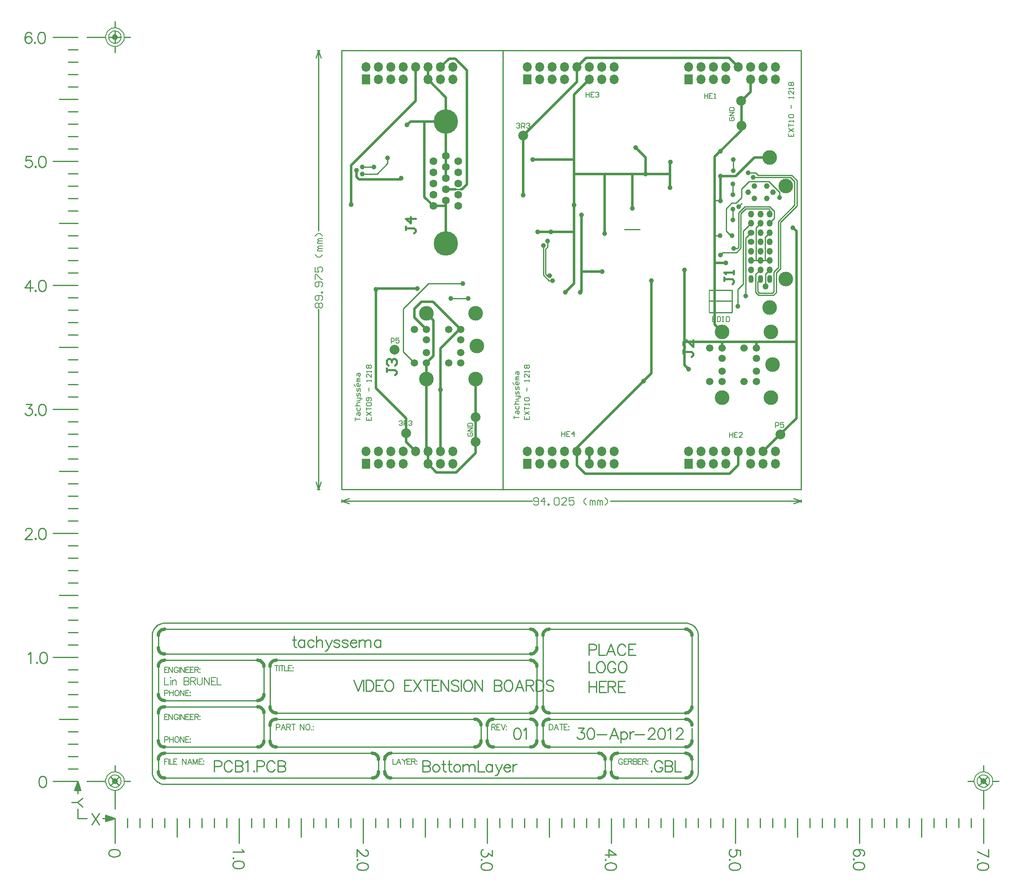
<source format=gbl>
%FSLAX44Y44*%
%MOMM*%
G71*
G01*
G75*
%ADD10R,1.5240X1.5240*%
%ADD11R,0.2500X1.8000*%
%ADD12R,3.0320X1.7780*%
%ADD13O,0.3000X2.5000*%
%ADD14R,0.3000X2.5000*%
%ADD15O,2.5000X0.3000*%
%ADD16R,2.5000X0.3000*%
%ADD17R,1.8000X0.2500*%
%ADD18R,5.5000X5.5000*%
%ADD19R,0.6000X1.1000*%
%ADD20R,0.3000X1.2000*%
%ADD21R,2.0000X0.5000*%
%ADD22R,1.0000X0.5000*%
%ADD23C,0.2500*%
%ADD24C,0.5000*%
%ADD25C,0.2286*%
%ADD26C,0.2000*%
%ADD27C,0.4000*%
%ADD28C,0.6350*%
%ADD29C,0.2540*%
%ADD30C,0.2032*%
%ADD31C,0.1524*%
%ADD32C,0.1270*%
%ADD33C,2.0000*%
%ADD34C,1.5000*%
%ADD35C,3.0000*%
%ADD36O,1.8000X2.0000*%
%ADD37R,1.8000X2.0000*%
%ADD38C,5.0000*%
%ADD39C,1.6000*%
%ADD40C,1.1500*%
%ADD41O,1.2000X1.4000*%
%ADD42O,1.1000X1.6000*%
%ADD43O,1.4000X1.2000*%
%ADD44C,1.0000*%
%ADD45C,1.2700*%
D23*
X2321001Y2314525D02*
X2373001Y2366525D01*
X2443081D01*
X2418081Y2336275D02*
X2454001D01*
X2267331Y2591275D02*
X2289001Y2612945D01*
Y2624275D01*
X2237001Y2591275D02*
X2267331D01*
X2612081Y2437275D02*
X2616081Y2441275D01*
Y2454025D01*
X2996251Y2598025D02*
Y2620275D01*
X2996001Y2548275D02*
Y2570775D01*
Y2497275D02*
Y2519275D01*
X2321001Y2226775D02*
X2343501Y2204275D01*
X2321001Y2226775D02*
Y2314525D01*
X2428673Y2559695D02*
X2438928D01*
X2237001Y2605275D02*
X2261001D01*
X2607581Y2384025D02*
X2619331Y2372275D01*
X2627001D01*
X2607581Y2384025D02*
Y2444775D01*
X2615195Y2382775D02*
X2620501D01*
X2612081Y2385889D02*
X2615195Y2382775D01*
X2612081Y2385889D02*
Y2437275D01*
X3036851Y2583585D02*
Y2586585D01*
X3037101Y2586335D01*
Y2584085D02*
Y2586335D01*
Y2584085D02*
X3113851D01*
X3122101Y2527335D02*
Y2575835D01*
X3113851Y2584085D02*
X3122101Y2575835D01*
X3088601Y2493835D02*
X3122101Y2527335D01*
X3062351Y2360585D02*
Y2386035D01*
X3071201Y2394885D01*
X3050947Y2393682D02*
X3052151Y2394885D01*
X3042351Y2348835D02*
X3048351Y2342835D01*
X3042351Y2348835D02*
Y2385585D01*
X3051651Y2394885D01*
X3079101Y2342835D02*
X3084351Y2348085D01*
X3048351Y2342835D02*
X3079101D01*
X3079851Y2390585D02*
X3088601Y2399335D01*
Y2493835D01*
X3084351Y2348085D02*
Y2388585D01*
X3093101Y2397335D01*
X3071201Y2490135D02*
Y2490935D01*
X3080601Y2500335D01*
Y2515085D01*
X3071351Y2524335D02*
X3080601Y2515085D01*
X3020351Y2524335D02*
X3071351D01*
X3007601Y2511585D02*
X3020351Y2524335D01*
X2981851Y2474335D02*
X2991121Y2465065D01*
X2981851Y2519835D02*
X2993601Y2531585D01*
X2981851Y2474335D02*
Y2519835D01*
X2991121Y2465065D02*
X2995831D01*
X2993601Y2531585D02*
X3002601D01*
X3013601Y2542585D01*
X3069101Y2575335D02*
X3091101Y2553335D01*
Y2542335D02*
Y2553335D01*
X3061851Y2461085D02*
X3071201Y2470435D01*
X3042851Y2414185D02*
Y2480835D01*
X3052151Y2490135D01*
X3042851Y2414185D02*
X3043101Y2413935D01*
X3061851D02*
Y2461085D01*
X3033101Y2413935D02*
X3071201D01*
X2971101Y2263335D02*
X2971541Y2267775D01*
X3006101Y2320335D02*
Y2354835D01*
X3013961Y2530445D02*
Y2530835D01*
X3007351Y2523835D02*
X3013961Y2530445D01*
X2969940Y2536335D02*
X2970751Y2535525D01*
X3027351Y2593835D02*
X3042351D01*
X3028851Y2575335D02*
X3069101D01*
X3046851Y2370535D02*
X3052151Y2375835D01*
X3046851Y2350699D02*
Y2370535D01*
Y2350699D02*
X3050215Y2347335D01*
X3077237D02*
X3079851Y2349949D01*
X3050215Y2347335D02*
X3077237D01*
X3079851Y2349949D02*
Y2390585D01*
X3126601Y2525471D02*
Y2577835D01*
X3115851Y2588585D02*
X3126601Y2577835D01*
X3093101Y2397335D02*
Y2491971D01*
X3126601Y2525471D01*
X3047601Y2588585D02*
X3115851D01*
X3042351Y2593835D02*
X3047601Y2588585D01*
X3069487Y2519835D02*
X3071201Y2518121D01*
X3022215Y2519835D02*
X3069487D01*
X3012101Y2509721D02*
X3022215Y2519835D01*
X3012101Y2439085D02*
Y2509721D01*
X3071201Y2509185D02*
Y2518121D01*
X3005427Y2438775D02*
X3007601Y2440949D01*
X2997501Y2438775D02*
X3005427D01*
X3007601Y2440949D02*
Y2511585D01*
X2970601Y2425335D02*
X2975601Y2430335D01*
X3003351D02*
X3012101Y2439085D01*
X2975601Y2430335D02*
X3003351D01*
X3006101Y2354835D02*
X3017101Y2365835D01*
X3021601Y2341085D02*
Y2459585D01*
X3033101Y2471085D01*
X3017101Y2474135D02*
X3033101Y2490135D01*
X3017101Y2365835D02*
Y2474135D01*
X3013601Y2542585D02*
Y2560085D01*
X3028851Y2575335D01*
X2958851Y2464835D02*
X2969351D01*
X2958851Y2536335D02*
X2969940D01*
X2468831Y2050025D02*
Y2084525D01*
X2947581Y2307275D02*
X2994081D01*
Y2353025D01*
X2947581Y2353025D02*
X2994081D01*
X2947581Y2330775D02*
X2993831D01*
X2774081Y2477275D02*
X2805581D01*
X1715441Y1270032D02*
X1718743Y1271175D01*
X1715441Y1272318D02*
X1718743Y1271175D01*
X1712774Y1266222D02*
X1727506Y1271175D01*
X1712774Y1276128D02*
X1727506Y1271175D01*
X1714552Y1268762D02*
X1721664Y1271175D01*
X1714552Y1273588D02*
X1721664Y1271175D01*
X1654481Y1335437D02*
X1655624Y1332135D01*
X1653338D02*
X1654481Y1335437D01*
Y1344200D02*
X1659434Y1329468D01*
X1649528D02*
X1654481Y1344200D01*
Y1338358D02*
X1656894Y1331246D01*
X1652068D02*
X1654481Y1338358D01*
Y1341279D02*
X1658164Y1330357D01*
X1650798D02*
X1654481Y1341279D01*
X1648131Y1328325D02*
X1654481Y1347375D01*
X1660831Y1328325D01*
X1713663Y1267492D02*
X1724585Y1271175D01*
X1713663Y1274858D02*
X1724585Y1271175D01*
X1711631Y1277525D02*
X1730681Y1271175D01*
X1711631Y1264825D02*
X1730681Y1271175D01*
X3499791Y1356265D02*
X3508681Y1347375D01*
X3517571Y1338485D01*
X1721791Y1356265D02*
X1730681Y1347375D01*
X1739571Y1338485D01*
X3508681Y1347375D02*
X3517571Y1356265D01*
X3499791Y1338485D02*
X3508681Y1347375D01*
X1721791Y1338485D02*
X1730681Y1347375D01*
X1739571Y1356265D01*
X2606981Y1429925D02*
Y1461675D01*
X2911781Y1499775D02*
Y1645825D01*
X2606981Y1499775D02*
Y1645825D01*
X1806881Y1366425D02*
Y1645825D01*
X1819581Y1366425D02*
Y1391825D01*
X2911781Y1429925D02*
Y1455325D01*
Y1366425D02*
Y1391825D01*
X2594281Y1429925D02*
Y1461675D01*
X2492681Y1429925D02*
Y1461675D01*
X2048181Y1429925D02*
Y1461675D01*
X2479981Y1429925D02*
Y1461675D01*
X2048181Y1499775D02*
Y1582325D01*
X2594281Y1499775D02*
Y1582325D01*
Y1620425D02*
Y1645825D01*
X1819581Y1620425D02*
Y1645825D01*
X2035481Y1525175D02*
Y1582325D01*
X1819581Y1525175D02*
Y1582325D01*
X2035481Y1429925D02*
Y1487075D01*
X1819581Y1429925D02*
Y1487075D01*
X2924481Y1366425D02*
Y1645825D01*
X2746681Y1366425D02*
Y1391825D01*
X2733981Y1366425D02*
Y1391825D01*
X2283131Y1366425D02*
Y1391825D01*
X2270431Y1366425D02*
Y1391825D01*
X3508683Y1290223D02*
Y1328323D01*
Y1366423D02*
Y1379123D01*
X1730681Y2839625D02*
Y2852325D01*
Y2890425D02*
Y2903125D01*
Y2871375D02*
Y2884075D01*
Y2858675D02*
Y2871375D01*
X3508681Y1220375D02*
Y1271175D01*
X3483281Y1252125D02*
Y1271175D01*
X3457881Y1252125D02*
Y1271175D01*
X3432481Y1252125D02*
Y1271175D01*
X3407081Y1252125D02*
Y1271175D01*
X3381681Y1233075D02*
Y1271175D01*
X3356281Y1252125D02*
Y1271175D01*
X3330881Y1252125D02*
Y1271175D01*
X3305481Y1252125D02*
Y1271175D01*
X3280081Y1252125D02*
Y1271175D01*
X3254681Y1220375D02*
Y1271175D01*
X3229281Y1252125D02*
Y1271175D01*
X3203881Y1252125D02*
Y1271175D01*
X3178481Y1252125D02*
Y1271175D01*
X3153081Y1252125D02*
Y1271175D01*
X3127681Y1233075D02*
Y1271175D01*
X3102281Y1252125D02*
Y1271175D01*
X3076881Y1252125D02*
Y1271175D01*
X3051481Y1252125D02*
Y1271175D01*
X3026081Y1252125D02*
Y1271175D01*
X3000681Y1220375D02*
Y1271175D01*
X2975281Y1252125D02*
Y1271175D01*
X2949881Y1252125D02*
Y1271175D01*
X2924481Y1252125D02*
Y1271175D01*
X2899081Y1252125D02*
Y1271175D01*
X2873681Y1233075D02*
Y1271175D01*
X2848281Y1252125D02*
Y1271175D01*
X2822881Y1252125D02*
Y1271175D01*
X2797481Y1252125D02*
Y1271175D01*
X2772081Y1252125D02*
Y1271175D01*
X2746681Y1220375D02*
Y1271175D01*
X2721281Y1252125D02*
Y1271175D01*
X2695881Y1252125D02*
Y1271175D01*
X2670481Y1252125D02*
Y1271175D01*
X2645081Y1252125D02*
Y1271175D01*
X2619681Y1233075D02*
Y1271175D01*
X2594281Y1252125D02*
Y1271175D01*
X2568881Y1252125D02*
Y1271175D01*
X2543481Y1252125D02*
Y1271175D01*
X2518081Y1252125D02*
Y1271175D01*
X2492681Y1220375D02*
Y1271175D01*
X2467281Y1252125D02*
Y1271175D01*
X2441881Y1252125D02*
Y1271175D01*
X2416481Y1252125D02*
Y1271175D01*
X2391081Y1252125D02*
Y1271175D01*
X2365681Y1233075D02*
Y1271175D01*
X2340281Y1252125D02*
Y1271175D01*
X2314881Y1252125D02*
Y1271175D01*
X2289481Y1252125D02*
Y1271175D01*
X2264081Y1252125D02*
Y1271175D01*
X2238681Y1220375D02*
Y1271175D01*
X2213281Y1252125D02*
Y1271175D01*
X2187881Y1252125D02*
Y1271175D01*
X2162481Y1252125D02*
Y1271175D01*
X2137081Y1252125D02*
Y1271175D01*
X2111681Y1233075D02*
Y1271175D01*
X2086281Y1252125D02*
Y1271175D01*
X2060881Y1252125D02*
Y1271175D01*
X2035481Y1252125D02*
Y1271175D01*
X2010081Y1252125D02*
Y1271175D01*
X1984681Y1220375D02*
Y1271175D01*
X1959281Y1252125D02*
Y1271175D01*
X1933881Y1252125D02*
Y1271175D01*
X1908481Y1252125D02*
Y1271175D01*
X1883081Y1252125D02*
Y1271175D01*
X1857681Y1233075D02*
Y1271175D01*
X1832281Y1252125D02*
Y1271175D01*
X1806881Y1252125D02*
Y1271175D01*
X1781481Y1252125D02*
Y1271175D01*
X1756081Y1252125D02*
Y1271175D01*
X1730681Y1220375D02*
Y1271175D01*
X1715441Y1270032D02*
Y1272318D01*
X1712774Y1266222D02*
Y1276128D01*
X1714552Y1268762D02*
Y1273588D01*
X1654481Y1321975D02*
Y1328325D01*
X1713663Y1267492D02*
Y1274858D01*
X1711631Y1264825D02*
Y1277525D01*
X1654481Y1271175D02*
Y1290225D01*
X1730683Y1366423D02*
Y1379123D01*
Y1290223D02*
Y1328323D01*
X2619681Y1474375D02*
X2899081D01*
X2619681Y1487075D02*
X2899081D01*
X2060881D02*
X2581581D01*
X2619681Y1658525D02*
X2899081D01*
X2619681Y1417225D02*
X2899081D01*
X2505381Y1474375D02*
X2581581D01*
X2505381Y1417225D02*
X2581581D01*
X2060881D02*
X2467281D01*
X2060881Y1474375D02*
X2467281D01*
X2060881Y1595025D02*
X2581581D01*
X1832281Y1607725D02*
X2581581D01*
X1832281Y1595025D02*
X2022781D01*
X1832281Y1512475D02*
X2022781D01*
X1832281Y1499775D02*
X2022781D01*
X1832281Y1417225D02*
X2022781D01*
X1832281Y1671225D02*
X2899081D01*
X1832281Y1341025D02*
X2899081D01*
X1832281Y1658525D02*
X2581581D01*
X2759381Y1404525D02*
X2899081D01*
X2759381Y1353725D02*
X2899081D01*
X2295831Y1404525D02*
X2721281D01*
X1832281D02*
X2257731D01*
X1832281Y1353725D02*
X2257731D01*
X2295831D02*
X2721281D01*
X3527733Y1347373D02*
X3540433D01*
X3476933D02*
X3489633D01*
X1749731Y2871375D02*
X1762431D01*
X1673531D02*
X1711631D01*
X1717981D02*
X1730681D01*
X1743381D01*
X1603681D02*
X1654481D01*
X1635431Y2845975D02*
X1654481D01*
X1635431Y2820575D02*
X1654481D01*
X1635431Y2795175D02*
X1654481D01*
X1635431Y2769775D02*
X1654481D01*
X1616381Y2744375D02*
X1654481D01*
X1635431Y2718975D02*
X1654481D01*
X1635431Y2693575D02*
X1654481D01*
X1635431Y2668175D02*
X1654481D01*
X1635431Y2642775D02*
X1654481D01*
X1603681Y2617375D02*
X1654481D01*
X1635431Y2591975D02*
X1654481D01*
X1635431Y2566575D02*
X1654481D01*
X1635431Y2541175D02*
X1654481D01*
X1635431Y2515775D02*
X1654481D01*
X1616381Y2490375D02*
X1654481D01*
X1635431Y2464975D02*
X1654481D01*
X1635431Y2439575D02*
X1654481D01*
X1635431Y2414175D02*
X1654481D01*
X1635431Y2388775D02*
X1654481D01*
X1603681Y2363375D02*
X1654481D01*
X1635431Y2337975D02*
X1654481D01*
X1635431Y2312575D02*
X1654481D01*
X1635431Y2287175D02*
X1654481D01*
X1635431Y2261775D02*
X1654481D01*
X1616381Y2236375D02*
X1654481D01*
X1635431Y2210975D02*
X1654481D01*
X1635431Y2185575D02*
X1654481D01*
X1635431Y2160175D02*
X1654481D01*
X1635431Y2134775D02*
X1654481D01*
X1603681Y2109375D02*
X1654481D01*
X1635431Y2083975D02*
X1654481D01*
X1635431Y2058575D02*
X1654481D01*
X1635431Y2033175D02*
X1654481D01*
X1635431Y2007775D02*
X1654481D01*
X1616381Y1982375D02*
X1654481D01*
X1635431Y1956975D02*
X1654481D01*
X1635431Y1931575D02*
X1654481D01*
X1635431Y1906175D02*
X1654481D01*
X1635431Y1880775D02*
X1654481D01*
X1603681Y1855375D02*
X1654481D01*
X1635431Y1829975D02*
X1654481D01*
X1635431Y1804575D02*
X1654481D01*
X1635431Y1779175D02*
X1654481D01*
X1635431Y1753775D02*
X1654481D01*
X1616381Y1728375D02*
X1654481D01*
X1635431Y1702975D02*
X1654481D01*
X1635431Y1677575D02*
X1654481D01*
X1635431Y1652175D02*
X1654481D01*
X1635431Y1626775D02*
X1654481D01*
X1603681Y1601375D02*
X1654481D01*
X1635431Y1575975D02*
X1654481D01*
X1635431Y1550575D02*
X1654481D01*
X1635431Y1525175D02*
X1654481D01*
X1635431Y1499775D02*
X1654481D01*
X1616381Y1474375D02*
X1654481D01*
X1635431Y1448975D02*
X1654481D01*
X1635431Y1423575D02*
X1654481D01*
X1635431Y1398175D02*
X1654481D01*
X1635431Y1372775D02*
X1654481D01*
X1603681Y1347375D02*
X1654481D01*
X1705281Y1271175D02*
X1711631D01*
X1653338Y1332135D02*
X1655624D01*
X1649528Y1329468D02*
X1659434D01*
X1652068Y1331246D02*
X1656894D01*
X1650798Y1330357D02*
X1658164D01*
X1648131Y1328325D02*
X1660831D01*
X1654481Y1271175D02*
X1673531D01*
X1673533Y1347373D02*
X1711633D01*
X1749733D02*
X1762433D01*
X2194831Y1944525D02*
X3135081D01*
X2194831Y2844275D02*
X3135201D01*
X2194831Y1944525D02*
Y2844275D01*
X3135201Y1944395D02*
Y2844395D01*
X2525001Y1944395D02*
Y2844395D01*
D24*
X2397201Y2022395D02*
Y2233475D01*
X2326529Y2042267D02*
Y2090747D01*
X3118751Y2480775D02*
X3125751Y2473775D01*
X2336521Y2698795D02*
X2408401D01*
X2364501Y2543895D02*
Y2698795D01*
Y2543895D02*
X2383001Y2525395D01*
X2676601Y1993675D02*
X2693501Y1976775D01*
X2988751D01*
X3006801Y1994825D01*
Y2022395D01*
X2676601Y2779875D02*
Y2809795D01*
X2988071Y2828525D02*
X3006801Y2809795D01*
X2695331Y2828525D02*
X2988071D01*
X2676601Y2809795D02*
X2695331Y2828525D01*
X2866751Y2614775D02*
X2867501Y2615525D01*
X2702001Y1996995D02*
Y2022395D01*
X2973501Y2234275D02*
Y2246775D01*
X2652751Y2348775D02*
X2670751Y2366775D01*
X2790001Y2520995D02*
Y2591025D01*
X2797001Y2645025D02*
X2817001Y2625025D01*
X3032201Y2759475D02*
Y2784395D01*
X2670751Y2753145D02*
X2702001Y2784395D01*
X2970751Y2535525D02*
Y2586275D01*
X2267001Y2356275D02*
X2349501D01*
X2265001Y2354275D02*
X2267001Y2356275D01*
X2344001Y2296775D02*
X2368501Y2272275D01*
X2399767Y2311508D02*
X2439001Y2272275D01*
X2381751Y2329525D02*
X2399767Y2311508D01*
X2358251Y2329525D02*
X2381751D01*
X2344001Y2315275D02*
X2358251Y2329525D01*
X2344001Y2296775D02*
Y2315275D01*
X2469001Y2019525D02*
Y2170775D01*
X2429501Y1980025D02*
X2469001Y2019525D01*
X2388771Y1980025D02*
X2429501D01*
X2371801Y1996995D02*
X2388771Y1980025D01*
X2451751Y2569945D02*
Y2803525D01*
X2441501Y2559695D02*
X2451751Y2569945D01*
X2438928Y2559695D02*
X2441501D01*
X2408401D02*
X2428673D01*
X2428001Y2827275D02*
X2451751Y2803525D01*
X2414681Y2827275D02*
X2428001D01*
X2397201Y2809795D02*
X2414681Y2827275D01*
X2397201Y2233475D02*
X2436001Y2272275D01*
X2368501Y2025695D02*
X2371801Y2022395D01*
X2265001Y2152275D02*
X2326529Y2090747D01*
Y2042267D02*
X2346401Y2022395D01*
X2265001Y2152275D02*
Y2354275D01*
X2315001Y2580275D02*
X2317001Y2582275D01*
X2230001Y2580275D02*
X2315001D01*
X2225001Y2585275D02*
X2230001Y2580275D01*
X2225001Y2585275D02*
Y2598275D01*
X2346401Y2740675D02*
Y2809795D01*
X2214001Y2528275D02*
Y2608275D01*
X2346401Y2740675D01*
X2408401Y2582595D02*
Y2747795D01*
X2329001Y2691275D02*
X2336521Y2698795D01*
X2371801Y2784395D02*
X2408401Y2747795D01*
X2371801Y2784395D02*
Y2809795D01*
X2408401Y2448795D02*
Y2536795D01*
X2383001Y2525395D02*
X2408281D01*
X2368501Y2305775D02*
X2383001Y2291275D01*
Y2218775D02*
Y2291275D01*
X2368501Y2204275D02*
X2383001Y2218775D01*
X2368501Y2025695D02*
Y2204275D01*
Y2170775D02*
X2369801Y2169475D01*
X2371801Y1996995D02*
Y2022395D01*
X2397201D02*
X2399001Y2024195D01*
X2683581Y2348775D02*
X2686001Y2351195D01*
X2585581Y2620275D02*
X2669751D01*
X2733001Y2469275D02*
Y2591025D01*
X2817001D02*
Y2625025D01*
X2595831Y2472525D02*
X2670581D01*
X2670751Y2366775D02*
Y2753145D01*
X2866751Y2563275D02*
Y2614775D01*
X2670751Y2591025D02*
X2866751D01*
X2566251Y2547775D02*
Y2669525D01*
X2676601Y2779875D01*
X2896750Y2199745D02*
X2905471Y2191025D01*
X2896750Y2199745D02*
Y2394775D01*
X2829001Y2182805D02*
Y2372525D01*
X2676601Y1993675D02*
Y2030405D01*
X2829001Y2182805D01*
X2686251Y2390775D02*
X2727831D01*
X2686001Y2351195D02*
Y2507025D01*
X3057601Y2022395D02*
X3092656Y2057450D01*
X3125751Y2090545D01*
X2958911Y2409025D02*
X2981501D01*
X2971101Y2263335D02*
Y2267775D01*
X2958851Y2282425D02*
X2973501Y2267775D01*
X3039811Y2624735D02*
X3071201D01*
X2970751Y2586275D02*
X3001351D01*
X3039811Y2624735D01*
X2958851Y2282425D02*
Y2626335D01*
X3013331Y2680815D01*
X3012581Y2740775D02*
X3013331Y2740025D01*
X3012751Y2740025D02*
X3032201Y2759475D01*
X3013331Y2680815D02*
Y2740025D01*
X3044001Y2234275D02*
Y2247525D01*
X2896971D02*
X3125751D01*
Y2090545D02*
Y2473775D01*
X3013331Y2705525D02*
Y2724275D01*
D25*
X2829049Y1368602D02*
X2827961Y1367513D01*
X2829049Y1366425D01*
X2830137Y1367513D01*
X2829049Y1368602D01*
X2851469Y1383839D02*
X2850381Y1386015D01*
X2848204Y1388192D01*
X2846027Y1389280D01*
X2841674D01*
X2839497Y1388192D01*
X2837320Y1386015D01*
X2836232Y1383839D01*
X2835144Y1380573D01*
Y1375132D01*
X2836232Y1371867D01*
X2837320Y1369690D01*
X2839497Y1367513D01*
X2841674Y1366425D01*
X2846027D01*
X2848204Y1367513D01*
X2850381Y1369690D01*
X2851469Y1371867D01*
Y1375132D01*
X2846027D02*
X2851469D01*
X2856693Y1389280D02*
Y1366425D01*
Y1389280D02*
X2866488D01*
X2869753Y1388192D01*
X2870841Y1387103D01*
X2871930Y1384927D01*
Y1382750D01*
X2870841Y1380573D01*
X2869753Y1379485D01*
X2866488Y1378397D01*
X2856693D02*
X2866488D01*
X2869753Y1377309D01*
X2870841Y1376220D01*
X2871930Y1374043D01*
Y1370779D01*
X2870841Y1368602D01*
X2869753Y1367513D01*
X2866488Y1366425D01*
X2856693D01*
X2877045Y1389280D02*
Y1366425D01*
X2890105D01*
X2097166Y1644550D02*
Y1626048D01*
X2098254Y1622783D01*
X2100431Y1621695D01*
X2102607D01*
X2093901Y1636932D02*
X2101519D01*
X2118932D02*
Y1621695D01*
Y1633667D02*
X2116756Y1635844D01*
X2114579Y1636932D01*
X2111314D01*
X2109137Y1635844D01*
X2106961Y1633667D01*
X2105872Y1630402D01*
Y1628225D01*
X2106961Y1624960D01*
X2109137Y1622783D01*
X2111314Y1621695D01*
X2114579D01*
X2116756Y1622783D01*
X2118932Y1624960D01*
X2138087Y1633667D02*
X2135911Y1635844D01*
X2133734Y1636932D01*
X2130469D01*
X2128292Y1635844D01*
X2126116Y1633667D01*
X2125027Y1630402D01*
Y1628225D01*
X2126116Y1624960D01*
X2128292Y1622783D01*
X2130469Y1621695D01*
X2133734D01*
X2135911Y1622783D01*
X2138087Y1624960D01*
X2142985Y1644550D02*
Y1621695D01*
Y1632578D02*
X2146250Y1635844D01*
X2148426Y1636932D01*
X2151691D01*
X2153868Y1635844D01*
X2154957Y1632578D01*
Y1621695D01*
X2162031Y1636932D02*
X2168561Y1621695D01*
X2175091Y1636932D02*
X2168561Y1621695D01*
X2166384Y1617342D01*
X2164207Y1615165D01*
X2162031Y1614077D01*
X2160942D01*
X2190872Y1633667D02*
X2189783Y1635844D01*
X2186518Y1636932D01*
X2183253D01*
X2179988Y1635844D01*
X2178900Y1633667D01*
X2179988Y1631490D01*
X2182165Y1630402D01*
X2187607Y1629314D01*
X2189783Y1628225D01*
X2190872Y1626048D01*
Y1624960D01*
X2189783Y1622783D01*
X2186518Y1621695D01*
X2183253D01*
X2179988Y1622783D01*
X2178900Y1624960D01*
X2207632Y1633667D02*
X2206544Y1635844D01*
X2203279Y1636932D01*
X2200014D01*
X2196749Y1635844D01*
X2195660Y1633667D01*
X2196749Y1631490D01*
X2198925Y1630402D01*
X2204367Y1629314D01*
X2206544Y1628225D01*
X2207632Y1626048D01*
Y1624960D01*
X2206544Y1622783D01*
X2203279Y1621695D01*
X2200014D01*
X2196749Y1622783D01*
X2195660Y1624960D01*
X2212421Y1630402D02*
X2225481D01*
Y1632578D01*
X2224393Y1634755D01*
X2223304Y1635844D01*
X2221127Y1636932D01*
X2217862D01*
X2215686Y1635844D01*
X2213509Y1633667D01*
X2212421Y1630402D01*
Y1628225D01*
X2213509Y1624960D01*
X2215686Y1622783D01*
X2217862Y1621695D01*
X2221127D01*
X2223304Y1622783D01*
X2225481Y1624960D01*
X2230378Y1636932D02*
Y1621695D01*
Y1632578D02*
X2233643Y1635844D01*
X2235820Y1636932D01*
X2239085D01*
X2241262Y1635844D01*
X2242350Y1632578D01*
Y1621695D01*
Y1632578D02*
X2245615Y1635844D01*
X2247792Y1636932D01*
X2251057D01*
X2253233Y1635844D01*
X2254322Y1632578D01*
Y1621695D01*
X2274565Y1636932D02*
Y1621695D01*
Y1633667D02*
X2272388Y1635844D01*
X2270211Y1636932D01*
X2266947D01*
X2264770Y1635844D01*
X2262593Y1633667D01*
X2261505Y1630402D01*
Y1628225D01*
X2262593Y1624960D01*
X2264770Y1622783D01*
X2266947Y1621695D01*
X2270211D01*
X2272388Y1622783D01*
X2274565Y1624960D01*
X2219631Y1554380D02*
X2228337Y1531525D01*
X2237044Y1554380D02*
X2228337Y1531525D01*
X2239983Y1554380D02*
Y1531525D01*
X2244771Y1554380D02*
Y1531525D01*
Y1554380D02*
X2252390D01*
X2255655Y1553292D01*
X2257831Y1551115D01*
X2258920Y1548938D01*
X2260008Y1545674D01*
Y1540232D01*
X2258920Y1536967D01*
X2257831Y1534790D01*
X2255655Y1532613D01*
X2252390Y1531525D01*
X2244771D01*
X2279272Y1554380D02*
X2265123D01*
Y1531525D01*
X2279272D01*
X2265123Y1543497D02*
X2273830D01*
X2289611Y1554380D02*
X2287434Y1553292D01*
X2285258Y1551115D01*
X2284169Y1548938D01*
X2283081Y1545674D01*
Y1540232D01*
X2284169Y1536967D01*
X2285258Y1534790D01*
X2287434Y1532613D01*
X2289611Y1531525D01*
X2293964D01*
X2296141Y1532613D01*
X2298318Y1534790D01*
X2299406Y1536967D01*
X2300494Y1540232D01*
Y1545674D01*
X2299406Y1548938D01*
X2298318Y1551115D01*
X2296141Y1553292D01*
X2293964Y1554380D01*
X2289611D01*
X2337933D02*
X2323785D01*
Y1531525D01*
X2337933D01*
X2323785Y1543497D02*
X2332491D01*
X2341742Y1554380D02*
X2356979Y1531525D01*
Y1554380D02*
X2341742Y1531525D01*
X2369713Y1554380D02*
Y1531525D01*
X2362094Y1554380D02*
X2377331D01*
X2394200D02*
X2380052D01*
Y1531525D01*
X2394200D01*
X2380052Y1543497D02*
X2388758D01*
X2398009Y1554380D02*
Y1531525D01*
Y1554380D02*
X2413246Y1531525D01*
Y1554380D02*
Y1531525D01*
X2434795Y1551115D02*
X2432619Y1553292D01*
X2429353Y1554380D01*
X2425000D01*
X2421735Y1553292D01*
X2419558Y1551115D01*
Y1548938D01*
X2420647Y1546762D01*
X2421735Y1545674D01*
X2423912Y1544585D01*
X2430442Y1542408D01*
X2432619Y1541320D01*
X2433707Y1540232D01*
X2434795Y1538055D01*
Y1534790D01*
X2432619Y1532613D01*
X2429353Y1531525D01*
X2425000D01*
X2421735Y1532613D01*
X2419558Y1534790D01*
X2439910Y1554380D02*
Y1531525D01*
X2451229Y1554380D02*
X2449052Y1553292D01*
X2446876Y1551115D01*
X2445787Y1548938D01*
X2444699Y1545674D01*
Y1540232D01*
X2445787Y1536967D01*
X2446876Y1534790D01*
X2449052Y1532613D01*
X2451229Y1531525D01*
X2455582D01*
X2457759Y1532613D01*
X2459936Y1534790D01*
X2461024Y1536967D01*
X2462112Y1540232D01*
Y1545674D01*
X2461024Y1548938D01*
X2459936Y1551115D01*
X2457759Y1553292D01*
X2455582Y1554380D01*
X2451229D01*
X2467445D02*
Y1531525D01*
Y1554380D02*
X2482682Y1531525D01*
Y1554380D02*
Y1531525D01*
X2506952Y1554380D02*
Y1531525D01*
Y1554380D02*
X2516747D01*
X2520012Y1553292D01*
X2521100Y1552204D01*
X2522189Y1550027D01*
Y1547850D01*
X2521100Y1545674D01*
X2520012Y1544585D01*
X2516747Y1543497D01*
X2506952D02*
X2516747D01*
X2520012Y1542408D01*
X2521100Y1541320D01*
X2522189Y1539144D01*
Y1535878D01*
X2521100Y1533702D01*
X2520012Y1532613D01*
X2516747Y1531525D01*
X2506952D01*
X2533834Y1554380D02*
X2531657Y1553292D01*
X2529480Y1551115D01*
X2528392Y1548938D01*
X2527304Y1545674D01*
Y1540232D01*
X2528392Y1536967D01*
X2529480Y1534790D01*
X2531657Y1532613D01*
X2533834Y1531525D01*
X2538187D01*
X2540364Y1532613D01*
X2542541Y1534790D01*
X2543629Y1536967D01*
X2544717Y1540232D01*
Y1545674D01*
X2543629Y1548938D01*
X2542541Y1551115D01*
X2540364Y1553292D01*
X2538187Y1554380D01*
X2533834D01*
X2567463Y1531525D02*
X2558757Y1554380D01*
X2550050Y1531525D01*
X2553315Y1539144D02*
X2564199D01*
X2572796Y1554380D02*
Y1531525D01*
Y1554380D02*
X2582591D01*
X2585856Y1553292D01*
X2586945Y1552204D01*
X2588033Y1550027D01*
Y1547850D01*
X2586945Y1545674D01*
X2585856Y1544585D01*
X2582591Y1543497D01*
X2572796D01*
X2580415D02*
X2588033Y1531525D01*
X2593148Y1554380D02*
Y1531525D01*
Y1554380D02*
X2600767D01*
X2604032Y1553292D01*
X2606208Y1551115D01*
X2607297Y1548938D01*
X2608385Y1545674D01*
Y1540232D01*
X2607297Y1536967D01*
X2606208Y1534790D01*
X2604032Y1532613D01*
X2600767Y1531525D01*
X2593148D01*
X2628737Y1551115D02*
X2626560Y1553292D01*
X2623295Y1554380D01*
X2618942D01*
X2615677Y1553292D01*
X2613500Y1551115D01*
Y1548938D01*
X2614589Y1546762D01*
X2615677Y1545674D01*
X2617854Y1544585D01*
X2624384Y1542408D01*
X2626560Y1541320D01*
X2627649Y1540232D01*
X2628737Y1538055D01*
Y1534790D01*
X2626560Y1532613D01*
X2623295Y1531525D01*
X2618942D01*
X2615677Y1532613D01*
X2613500Y1534790D01*
X1933881Y1377309D02*
X1943676D01*
X1946941Y1378397D01*
X1948029Y1379485D01*
X1949117Y1381662D01*
Y1384927D01*
X1948029Y1387103D01*
X1946941Y1388192D01*
X1943676Y1389280D01*
X1933881D01*
Y1366425D01*
X1970558Y1383839D02*
X1969469Y1386015D01*
X1967293Y1388192D01*
X1965116Y1389280D01*
X1960763D01*
X1958586Y1388192D01*
X1956409Y1386015D01*
X1955321Y1383839D01*
X1954233Y1380573D01*
Y1375132D01*
X1955321Y1371867D01*
X1956409Y1369690D01*
X1958586Y1367513D01*
X1960763Y1366425D01*
X1965116D01*
X1967293Y1367513D01*
X1969469Y1369690D01*
X1970558Y1371867D01*
X1976979Y1389280D02*
Y1366425D01*
Y1389280D02*
X1986774D01*
X1990039Y1388192D01*
X1991127Y1387103D01*
X1992216Y1384927D01*
Y1382750D01*
X1991127Y1380573D01*
X1990039Y1379485D01*
X1986774Y1378397D01*
X1976979D02*
X1986774D01*
X1990039Y1377309D01*
X1991127Y1376220D01*
X1992216Y1374043D01*
Y1370779D01*
X1991127Y1368602D01*
X1990039Y1367513D01*
X1986774Y1366425D01*
X1976979D01*
X1997331Y1384927D02*
X1999507Y1386015D01*
X2002773Y1389280D01*
Y1366425D01*
X2015180Y1368602D02*
X2014091Y1367513D01*
X2015180Y1366425D01*
X2016268Y1367513D01*
X2015180Y1368602D01*
X2021274Y1377309D02*
X2031069D01*
X2034334Y1378397D01*
X2035423Y1379485D01*
X2036511Y1381662D01*
Y1384927D01*
X2035423Y1387103D01*
X2034334Y1388192D01*
X2031069Y1389280D01*
X2021274D01*
Y1366425D01*
X2057951Y1383839D02*
X2056863Y1386015D01*
X2054686Y1388192D01*
X2052510Y1389280D01*
X2048156D01*
X2045980Y1388192D01*
X2043803Y1386015D01*
X2042715Y1383839D01*
X2041626Y1380573D01*
Y1375132D01*
X2042715Y1371867D01*
X2043803Y1369690D01*
X2045980Y1367513D01*
X2048156Y1366425D01*
X2052510D01*
X2054686Y1367513D01*
X2056863Y1369690D01*
X2057951Y1371867D01*
X2064373Y1389280D02*
Y1366425D01*
Y1389280D02*
X2074167D01*
X2077433Y1388192D01*
X2078521Y1387103D01*
X2079609Y1384927D01*
Y1382750D01*
X2078521Y1380573D01*
X2077433Y1379485D01*
X2074167Y1378397D01*
X2064373D02*
X2074167D01*
X2077433Y1377309D01*
X2078521Y1376220D01*
X2079609Y1374043D01*
Y1370779D01*
X2078521Y1368602D01*
X2077433Y1367513D01*
X2074167Y1366425D01*
X2064373D01*
X2360601Y1389280D02*
Y1366425D01*
Y1389280D02*
X2370396D01*
X2373661Y1388192D01*
X2374749Y1387103D01*
X2375837Y1384927D01*
Y1382750D01*
X2374749Y1380573D01*
X2373661Y1379485D01*
X2370396Y1378397D01*
X2360601D02*
X2370396D01*
X2373661Y1377309D01*
X2374749Y1376220D01*
X2375837Y1374043D01*
Y1370779D01*
X2374749Y1368602D01*
X2373661Y1367513D01*
X2370396Y1366425D01*
X2360601D01*
X2386394Y1381662D02*
X2384218Y1380573D01*
X2382041Y1378397D01*
X2380953Y1375132D01*
Y1372955D01*
X2382041Y1369690D01*
X2384218Y1367513D01*
X2386394Y1366425D01*
X2389659D01*
X2391836Y1367513D01*
X2394013Y1369690D01*
X2395101Y1372955D01*
Y1375132D01*
X2394013Y1378397D01*
X2391836Y1380573D01*
X2389659Y1381662D01*
X2386394D01*
X2403372Y1389280D02*
Y1370779D01*
X2404461Y1367513D01*
X2406637Y1366425D01*
X2408814D01*
X2400107Y1381662D02*
X2407726D01*
X2415344Y1389280D02*
Y1370779D01*
X2416432Y1367513D01*
X2418609Y1366425D01*
X2420786D01*
X2412079Y1381662D02*
X2419698D01*
X2429492D02*
X2427316Y1380573D01*
X2425139Y1378397D01*
X2424051Y1375132D01*
Y1372955D01*
X2425139Y1369690D01*
X2427316Y1367513D01*
X2429492Y1366425D01*
X2432758D01*
X2434934Y1367513D01*
X2437111Y1369690D01*
X2438199Y1372955D01*
Y1375132D01*
X2437111Y1378397D01*
X2434934Y1380573D01*
X2432758Y1381662D01*
X2429492D01*
X2443206D02*
Y1366425D01*
Y1377309D02*
X2446471Y1380573D01*
X2448647Y1381662D01*
X2451912D01*
X2454089Y1380573D01*
X2455177Y1377309D01*
Y1366425D01*
Y1377309D02*
X2458442Y1380573D01*
X2460619Y1381662D01*
X2463884D01*
X2466061Y1380573D01*
X2467149Y1377309D01*
Y1366425D01*
X2474332Y1389280D02*
Y1366425D01*
X2487392D01*
X2502955Y1381662D02*
Y1366425D01*
Y1378397D02*
X2500779Y1380573D01*
X2498602Y1381662D01*
X2495337D01*
X2493160Y1380573D01*
X2490984Y1378397D01*
X2489895Y1375132D01*
Y1372955D01*
X2490984Y1369690D01*
X2493160Y1367513D01*
X2495337Y1366425D01*
X2498602D01*
X2500779Y1367513D01*
X2502955Y1369690D01*
X2510138Y1381662D02*
X2516668Y1366425D01*
X2523198Y1381662D02*
X2516668Y1366425D01*
X2514492Y1362072D01*
X2512315Y1359895D01*
X2510138Y1358807D01*
X2509050D01*
X2527008Y1375132D02*
X2540068D01*
Y1377309D01*
X2538979Y1379485D01*
X2537891Y1380573D01*
X2535714Y1381662D01*
X2532449D01*
X2530273Y1380573D01*
X2528096Y1378397D01*
X2527008Y1375132D01*
Y1372955D01*
X2528096Y1369690D01*
X2530273Y1367513D01*
X2532449Y1366425D01*
X2535714D01*
X2537891Y1367513D01*
X2540068Y1369690D01*
X2544965Y1381662D02*
Y1366425D01*
Y1375132D02*
X2546053Y1378397D01*
X2548230Y1380573D01*
X2550407Y1381662D01*
X2553672D01*
X2553186Y1455955D02*
X2549921Y1454867D01*
X2547744Y1451602D01*
X2546656Y1446160D01*
Y1442895D01*
X2547744Y1437453D01*
X2549921Y1434188D01*
X2553186Y1433100D01*
X2555362D01*
X2558627Y1434188D01*
X2560804Y1437453D01*
X2561892Y1442895D01*
Y1446160D01*
X2560804Y1451602D01*
X2558627Y1454867D01*
X2555362Y1455955D01*
X2553186D01*
X2567008Y1451602D02*
X2569184Y1452690D01*
X2572449Y1455955D01*
Y1433100D01*
X2700961Y1616069D02*
X2710756D01*
X2714021Y1617157D01*
X2715109Y1618245D01*
X2716198Y1620422D01*
Y1623687D01*
X2715109Y1625863D01*
X2714021Y1626952D01*
X2710756Y1628040D01*
X2700961D01*
Y1605185D01*
X2721313Y1628040D02*
Y1605185D01*
X2734373D01*
X2754289D02*
X2745583Y1628040D01*
X2736876Y1605185D01*
X2740141Y1612803D02*
X2751024D01*
X2775947Y1622599D02*
X2774859Y1624775D01*
X2772682Y1626952D01*
X2770505Y1628040D01*
X2766152D01*
X2763976Y1626952D01*
X2761799Y1624775D01*
X2760710Y1622599D01*
X2759622Y1619333D01*
Y1613892D01*
X2760710Y1610627D01*
X2761799Y1608450D01*
X2763976Y1606273D01*
X2766152Y1605185D01*
X2770505D01*
X2772682Y1606273D01*
X2774859Y1608450D01*
X2775947Y1610627D01*
X2796517Y1628040D02*
X2782368D01*
Y1605185D01*
X2796517D01*
X2782368Y1617157D02*
X2791075D01*
X2700961Y1592480D02*
Y1569625D01*
X2714021D01*
X2723054Y1592480D02*
X2720877Y1591392D01*
X2718701Y1589215D01*
X2717612Y1587039D01*
X2716524Y1583773D01*
Y1578332D01*
X2717612Y1575067D01*
X2718701Y1572890D01*
X2720877Y1570713D01*
X2723054Y1569625D01*
X2727407D01*
X2729584Y1570713D01*
X2731761Y1572890D01*
X2732849Y1575067D01*
X2733937Y1578332D01*
Y1583773D01*
X2732849Y1587039D01*
X2731761Y1589215D01*
X2729584Y1591392D01*
X2727407Y1592480D01*
X2723054D01*
X2755595Y1587039D02*
X2754507Y1589215D01*
X2752330Y1591392D01*
X2750154Y1592480D01*
X2745800D01*
X2743623Y1591392D01*
X2741447Y1589215D01*
X2740359Y1587039D01*
X2739270Y1583773D01*
Y1578332D01*
X2740359Y1575067D01*
X2741447Y1572890D01*
X2743623Y1570713D01*
X2745800Y1569625D01*
X2750154D01*
X2752330Y1570713D01*
X2754507Y1572890D01*
X2755595Y1575067D01*
Y1578332D01*
X2750154D02*
X2755595D01*
X2767349Y1592480D02*
X2765173Y1591392D01*
X2762996Y1589215D01*
X2761908Y1587039D01*
X2760819Y1583773D01*
Y1578332D01*
X2761908Y1575067D01*
X2762996Y1572890D01*
X2765173Y1570713D01*
X2767349Y1569625D01*
X2771703D01*
X2773879Y1570713D01*
X2776056Y1572890D01*
X2777144Y1575067D01*
X2778233Y1578332D01*
Y1583773D01*
X2777144Y1587039D01*
X2776056Y1589215D01*
X2773879Y1591392D01*
X2771703Y1592480D01*
X2767349D01*
X2700961Y1551840D02*
Y1528985D01*
X2716198Y1551840D02*
Y1528985D01*
X2700961Y1540957D02*
X2716198D01*
X2736658Y1551840D02*
X2722510D01*
Y1528985D01*
X2736658D01*
X2722510Y1540957D02*
X2731216D01*
X2740468Y1551840D02*
Y1528985D01*
Y1551840D02*
X2750262D01*
X2753528Y1550752D01*
X2754616Y1549664D01*
X2755704Y1547487D01*
Y1545310D01*
X2754616Y1543134D01*
X2753528Y1542045D01*
X2750262Y1540957D01*
X2740468D01*
X2748086D02*
X2755704Y1528985D01*
X2774968Y1551840D02*
X2760819D01*
Y1528985D01*
X2774968D01*
X2760819Y1540957D02*
X2769526D01*
X2679007Y1455955D02*
X2690979D01*
X2684449Y1447249D01*
X2687714D01*
X2689891Y1446160D01*
X2690979Y1445072D01*
X2692067Y1441807D01*
Y1439630D01*
X2690979Y1436365D01*
X2688802Y1434188D01*
X2685537Y1433100D01*
X2682272D01*
X2679007Y1434188D01*
X2677919Y1435277D01*
X2676831Y1437453D01*
X2703713Y1455955D02*
X2700448Y1454867D01*
X2698271Y1451602D01*
X2697183Y1446160D01*
Y1442895D01*
X2698271Y1437453D01*
X2700448Y1434188D01*
X2703713Y1433100D01*
X2705889D01*
X2709154Y1434188D01*
X2711331Y1437453D01*
X2712419Y1442895D01*
Y1446160D01*
X2711331Y1451602D01*
X2709154Y1454867D01*
X2705889Y1455955D01*
X2703713D01*
X2717534Y1442895D02*
X2737125D01*
X2761286Y1433100D02*
X2752579Y1455955D01*
X2743872Y1433100D01*
X2747137Y1440719D02*
X2758021D01*
X2766619Y1448337D02*
Y1425482D01*
Y1445072D02*
X2768795Y1447249D01*
X2770972Y1448337D01*
X2774237D01*
X2776414Y1447249D01*
X2778590Y1445072D01*
X2779679Y1441807D01*
Y1439630D01*
X2778590Y1436365D01*
X2776414Y1434188D01*
X2774237Y1433100D01*
X2770972D01*
X2768795Y1434188D01*
X2766619Y1436365D01*
X2784576Y1448337D02*
Y1433100D01*
Y1441807D02*
X2785664Y1445072D01*
X2787841Y1447249D01*
X2790018Y1448337D01*
X2793283D01*
X2795351Y1442895D02*
X2814941D01*
X2822777Y1450513D02*
Y1451602D01*
X2823865Y1453779D01*
X2824954Y1454867D01*
X2827130Y1455955D01*
X2831483D01*
X2833660Y1454867D01*
X2834749Y1453779D01*
X2835837Y1451602D01*
Y1449425D01*
X2834749Y1447249D01*
X2832572Y1443983D01*
X2821689Y1433100D01*
X2836925D01*
X2848571Y1455955D02*
X2845305Y1454867D01*
X2843129Y1451602D01*
X2842040Y1446160D01*
Y1442895D01*
X2843129Y1437453D01*
X2845305Y1434188D01*
X2848571Y1433100D01*
X2850747D01*
X2854012Y1434188D01*
X2856189Y1437453D01*
X2857277Y1442895D01*
Y1446160D01*
X2856189Y1451602D01*
X2854012Y1454867D01*
X2850747Y1455955D01*
X2848571D01*
X2862392Y1451602D02*
X2864569Y1452690D01*
X2867834Y1455955D01*
Y1433100D01*
X2880241Y1450513D02*
Y1451602D01*
X2881330Y1453779D01*
X2882418Y1454867D01*
X2884594Y1455955D01*
X2888948D01*
X2891125Y1454867D01*
X2892213Y1453779D01*
X2893301Y1451602D01*
Y1449425D01*
X2892213Y1447249D01*
X2890036Y1443983D01*
X2879153Y1433100D01*
X2894390D01*
X1664636Y1312450D02*
X1653752Y1303743D01*
X1641781D01*
X1664636Y1295037D02*
X1653752Y1303743D01*
X1683056Y1281330D02*
X1698292Y1258475D01*
Y1281330D02*
X1683056Y1258475D01*
X3261571Y1194615D02*
X3263747Y1195703D01*
X3264836Y1198968D01*
Y1201145D01*
X3263747Y1204410D01*
X3260482Y1206587D01*
X3255041Y1207675D01*
X3249599D01*
X3245246Y1206587D01*
X3243069Y1204410D01*
X3241981Y1201145D01*
Y1200057D01*
X3243069Y1196792D01*
X3245246Y1194615D01*
X3248511Y1193527D01*
X3249599D01*
X3252864Y1194615D01*
X3255041Y1196792D01*
X3256129Y1200057D01*
Y1201145D01*
X3255041Y1204410D01*
X3252864Y1206587D01*
X3249599Y1207675D01*
X3244157Y1187432D02*
X3243069Y1188520D01*
X3241981Y1187432D01*
X3243069Y1186344D01*
X3244157Y1187432D01*
X3264836Y1174807D02*
X3263747Y1178072D01*
X3260482Y1180249D01*
X3255041Y1181337D01*
X3251776D01*
X3246334Y1180249D01*
X3243069Y1178072D01*
X3241981Y1174807D01*
Y1172631D01*
X3243069Y1169366D01*
X3246334Y1167189D01*
X3251776Y1166101D01*
X3255041D01*
X3260482Y1167189D01*
X3263747Y1169366D01*
X3264836Y1172631D01*
Y1174807D01*
X2756836Y1196792D02*
X2741599Y1207675D01*
Y1191350D01*
X2756836Y1196792D02*
X2733981D01*
X2736158Y1186235D02*
X2735069Y1187323D01*
X2733981Y1186235D01*
X2735069Y1185146D01*
X2736158Y1186235D01*
X2756836Y1173610D02*
X2755747Y1176875D01*
X2752482Y1179052D01*
X2747041Y1180140D01*
X2743776D01*
X2738334Y1179052D01*
X2735069Y1176875D01*
X2733981Y1173610D01*
Y1171433D01*
X2735069Y1168168D01*
X2738334Y1165992D01*
X2743776Y1164903D01*
X2747041D01*
X2752482Y1165992D01*
X2755747Y1168168D01*
X2756836Y1171433D01*
Y1173610D01*
X2243394Y1206587D02*
X2244482D01*
X2246659Y1205498D01*
X2247747Y1204410D01*
X2248836Y1202233D01*
Y1197880D01*
X2247747Y1195703D01*
X2246659Y1194615D01*
X2244482Y1193527D01*
X2242306D01*
X2240129Y1194615D01*
X2236864Y1196792D01*
X2225981Y1207675D01*
Y1192438D01*
X2228157Y1186235D02*
X2227069Y1187323D01*
X2225981Y1186235D01*
X2227069Y1185146D01*
X2228157Y1186235D01*
X2248836Y1173610D02*
X2247747Y1176875D01*
X2244482Y1179052D01*
X2239041Y1180140D01*
X2235776D01*
X2230334Y1179052D01*
X2227069Y1176875D01*
X2225981Y1173610D01*
Y1171433D01*
X2227069Y1168168D01*
X2230334Y1165992D01*
X2235776Y1164903D01*
X2239041D01*
X2244482Y1165992D01*
X2247747Y1168168D01*
X2248836Y1171433D01*
Y1173610D01*
X1740836Y1201145D02*
X1739747Y1204410D01*
X1736482Y1206587D01*
X1731041Y1207675D01*
X1727776D01*
X1722334Y1206587D01*
X1719069Y1204410D01*
X1717981Y1201145D01*
Y1198968D01*
X1719069Y1195703D01*
X1722334Y1193527D01*
X1727776Y1192438D01*
X1731041D01*
X1736482Y1193527D01*
X1739747Y1195703D01*
X1740836Y1198968D01*
Y1201145D01*
X1990482Y1207675D02*
X1991571Y1205498D01*
X1994836Y1202233D01*
X1971981D01*
X1974157Y1189826D02*
X1973069Y1190915D01*
X1971981Y1189826D01*
X1973069Y1188738D01*
X1974157Y1189826D01*
X1994836Y1177202D02*
X1993747Y1180467D01*
X1990482Y1182643D01*
X1985041Y1183732D01*
X1981776D01*
X1976334Y1182643D01*
X1973069Y1180467D01*
X1971981Y1177202D01*
Y1175025D01*
X1973069Y1171760D01*
X1976334Y1169583D01*
X1981776Y1168495D01*
X1985041D01*
X1990482Y1169583D01*
X1993747Y1171760D01*
X1994836Y1175025D01*
Y1177202D01*
X2502836Y1205498D02*
Y1193527D01*
X2494129Y1200057D01*
Y1196792D01*
X2493041Y1194615D01*
X2491952Y1193527D01*
X2488687Y1192438D01*
X2486511D01*
X2483246Y1193527D01*
X2481069Y1195703D01*
X2479981Y1198968D01*
Y1202233D01*
X2481069Y1205498D01*
X2482157Y1206587D01*
X2484334Y1207675D01*
X2482157Y1186235D02*
X2481069Y1187323D01*
X2479981Y1186235D01*
X2481069Y1185146D01*
X2482157Y1186235D01*
X2502836Y1173610D02*
X2501747Y1176875D01*
X2498482Y1179052D01*
X2493041Y1180140D01*
X2489776D01*
X2484334Y1179052D01*
X2481069Y1176875D01*
X2479981Y1173610D01*
Y1171433D01*
X2481069Y1168168D01*
X2484334Y1165992D01*
X2489776Y1164903D01*
X2493041D01*
X2498482Y1165992D01*
X2501747Y1168168D01*
X2502836Y1171433D01*
Y1173610D01*
X3010836Y1194615D02*
Y1205498D01*
X3001041Y1206587D01*
X3002129Y1205498D01*
X3003217Y1202233D01*
Y1198968D01*
X3002129Y1195703D01*
X2999952Y1193527D01*
X2996687Y1192438D01*
X2994511D01*
X2991246Y1193527D01*
X2989069Y1195703D01*
X2987981Y1198968D01*
Y1202233D01*
X2989069Y1205498D01*
X2990157Y1206587D01*
X2992334Y1207675D01*
X2990157Y1186235D02*
X2989069Y1187323D01*
X2987981Y1186235D01*
X2989069Y1185146D01*
X2990157Y1186235D01*
X3010836Y1173610D02*
X3009747Y1176875D01*
X3006483Y1179052D01*
X3001041Y1180140D01*
X2997776D01*
X2992334Y1179052D01*
X2989069Y1176875D01*
X2987981Y1173610D01*
Y1171433D01*
X2989069Y1168168D01*
X2992334Y1165992D01*
X2997776Y1164903D01*
X3001041D01*
X3006483Y1165992D01*
X3009747Y1168168D01*
X3010836Y1171433D01*
Y1173610D01*
X3518836Y1192438D02*
X3495981Y1203322D01*
X3518836Y1207675D02*
Y1192438D01*
X3498157Y1186235D02*
X3497069Y1187323D01*
X3495981Y1186235D01*
X3497069Y1185146D01*
X3498157Y1186235D01*
X3518836Y1173610D02*
X3517747Y1176875D01*
X3514482Y1179052D01*
X3509041Y1180140D01*
X3505776D01*
X3500334Y1179052D01*
X3497069Y1176875D01*
X3495981Y1173610D01*
Y1171433D01*
X3497069Y1168168D01*
X3500334Y1165992D01*
X3505776Y1164903D01*
X3509041D01*
X3514482Y1165992D01*
X3517747Y1168168D01*
X3518836Y1171433D01*
Y1173610D01*
X1559591Y2627530D02*
X1548707D01*
X1547619Y2617735D01*
X1548707Y2618824D01*
X1551972Y2619912D01*
X1555237D01*
X1558502Y2618824D01*
X1560679Y2616647D01*
X1561767Y2613382D01*
Y2611205D01*
X1560679Y2607940D01*
X1558502Y2605764D01*
X1555237Y2604675D01*
X1551972D01*
X1548707Y2605764D01*
X1547619Y2606852D01*
X1546531Y2609029D01*
X1567971Y2606852D02*
X1566883Y2605764D01*
X1567971Y2604675D01*
X1569059Y2605764D01*
X1567971Y2606852D01*
X1580596Y2627530D02*
X1577331Y2626442D01*
X1575154Y2623177D01*
X1574066Y2617735D01*
Y2614470D01*
X1575154Y2609029D01*
X1577331Y2605764D01*
X1580596Y2604675D01*
X1582772D01*
X1586037Y2605764D01*
X1588214Y2609029D01*
X1589302Y2614470D01*
Y2617735D01*
X1588214Y2623177D01*
X1586037Y2626442D01*
X1582772Y2627530D01*
X1580596D01*
X1548707Y2119530D02*
X1560679D01*
X1554149Y2110824D01*
X1557414D01*
X1559591Y2109735D01*
X1560679Y2108647D01*
X1561767Y2105382D01*
Y2103205D01*
X1560679Y2099940D01*
X1558502Y2097763D01*
X1555237Y2096675D01*
X1551972D01*
X1548707Y2097763D01*
X1547619Y2098852D01*
X1546531Y2101028D01*
X1567971Y2098852D02*
X1566883Y2097763D01*
X1567971Y2096675D01*
X1569059Y2097763D01*
X1567971Y2098852D01*
X1580596Y2119530D02*
X1577331Y2118442D01*
X1575154Y2115177D01*
X1574066Y2109735D01*
Y2106470D01*
X1575154Y2101028D01*
X1577331Y2097763D01*
X1580596Y2096675D01*
X1582772D01*
X1586037Y2097763D01*
X1588214Y2101028D01*
X1589302Y2106470D01*
Y2109735D01*
X1588214Y2115177D01*
X1586037Y2118442D01*
X1582772Y2119530D01*
X1580596D01*
X1552881Y1607177D02*
X1555057Y1608265D01*
X1558322Y1611530D01*
Y1588675D01*
X1570729Y1590852D02*
X1569641Y1589763D01*
X1570729Y1588675D01*
X1571818Y1589763D01*
X1570729Y1590852D01*
X1583354Y1611530D02*
X1580089Y1610442D01*
X1577912Y1607177D01*
X1576824Y1601735D01*
Y1598470D01*
X1577912Y1593029D01*
X1580089Y1589763D01*
X1583354Y1588675D01*
X1585531D01*
X1588796Y1589763D01*
X1590972Y1593029D01*
X1592061Y1598470D01*
Y1601735D01*
X1590972Y1607177D01*
X1588796Y1610442D01*
X1585531Y1611530D01*
X1583354D01*
X1581636Y1357530D02*
X1578371Y1356442D01*
X1576194Y1353177D01*
X1575106Y1347735D01*
Y1344470D01*
X1576194Y1339028D01*
X1578371Y1335763D01*
X1581636Y1334675D01*
X1583812D01*
X1587077Y1335763D01*
X1589254Y1339028D01*
X1590342Y1344470D01*
Y1347735D01*
X1589254Y1353177D01*
X1587077Y1356442D01*
X1583812Y1357530D01*
X1581636D01*
X1547619Y1860089D02*
Y1861177D01*
X1548707Y1863353D01*
X1549796Y1864442D01*
X1551972Y1865530D01*
X1556326D01*
X1558502Y1864442D01*
X1559591Y1863353D01*
X1560679Y1861177D01*
Y1859000D01*
X1559591Y1856823D01*
X1557414Y1853559D01*
X1546531Y1842675D01*
X1561767D01*
X1567971Y1844852D02*
X1566883Y1843763D01*
X1567971Y1842675D01*
X1569059Y1843763D01*
X1567971Y1844852D01*
X1580596Y1865530D02*
X1577331Y1864442D01*
X1575154Y1861177D01*
X1574066Y1855735D01*
Y1852470D01*
X1575154Y1847029D01*
X1577331Y1843763D01*
X1580596Y1842675D01*
X1582772D01*
X1586037Y1843763D01*
X1588214Y1847029D01*
X1589302Y1852470D01*
Y1855735D01*
X1588214Y1861177D01*
X1586037Y1864442D01*
X1582772Y1865530D01*
X1580596D01*
X1557414Y2373530D02*
X1546531Y2358293D01*
X1562856D01*
X1557414Y2373530D02*
Y2350675D01*
X1567971Y2352852D02*
X1566883Y2351763D01*
X1567971Y2350675D01*
X1569059Y2351763D01*
X1567971Y2352852D01*
X1580596Y2373530D02*
X1577331Y2372442D01*
X1575154Y2369177D01*
X1574066Y2363735D01*
Y2360470D01*
X1575154Y2355029D01*
X1577331Y2351763D01*
X1580596Y2350675D01*
X1582772D01*
X1586037Y2351763D01*
X1588214Y2355029D01*
X1589302Y2360470D01*
Y2363735D01*
X1588214Y2369177D01*
X1586037Y2372442D01*
X1582772Y2373530D01*
X1580596D01*
X1559591Y2878265D02*
X1558502Y2880442D01*
X1555237Y2881530D01*
X1553061D01*
X1549796Y2880442D01*
X1547619Y2877177D01*
X1546531Y2871735D01*
Y2866294D01*
X1547619Y2861940D01*
X1549796Y2859763D01*
X1553061Y2858675D01*
X1554149D01*
X1557414Y2859763D01*
X1559591Y2861940D01*
X1560679Y2865205D01*
Y2866294D01*
X1559591Y2869558D01*
X1557414Y2871735D01*
X1554149Y2872823D01*
X1553061D01*
X1549796Y2871735D01*
X1547619Y2869558D01*
X1546531Y2866294D01*
X1566774Y2860852D02*
X1565685Y2859763D01*
X1566774Y2858675D01*
X1567862Y2859763D01*
X1566774Y2860852D01*
X1579398Y2881530D02*
X1576134Y2880442D01*
X1573957Y2877177D01*
X1572868Y2871735D01*
Y2868470D01*
X1573957Y2863029D01*
X1576134Y2859763D01*
X1579398Y2858675D01*
X1581575D01*
X1584840Y2859763D01*
X1587017Y2863029D01*
X1588105Y2868470D01*
Y2871735D01*
X1587017Y2877177D01*
X1584840Y2880442D01*
X1581575Y2881530D01*
X1579398D01*
D26*
X2947581Y2307275D02*
Y2353025D01*
X3109834Y2674189D02*
Y2667525D01*
X3119831D01*
Y2674189D01*
X3114832Y2667525D02*
Y2670858D01*
X3109834Y2677522D02*
X3119831Y2684186D01*
X3109834D02*
X3119831Y2677522D01*
X3109834Y2687519D02*
Y2694183D01*
Y2690851D01*
X3119831D01*
Y2697516D02*
Y2700848D01*
Y2699182D01*
X3109834D01*
X3111500Y2697516D01*
Y2705846D02*
X3109834Y2707512D01*
Y2710844D01*
X3111500Y2712511D01*
X3118165D01*
X3119831Y2710844D01*
Y2707512D01*
X3118165Y2705846D01*
X3111500D01*
X3114832Y2725840D02*
Y2732504D01*
X3119831Y2745833D02*
Y2749166D01*
Y2747499D01*
X3109834D01*
X3111500Y2745833D01*
X3119831Y2760829D02*
Y2754164D01*
X3113166Y2760829D01*
X3111500D01*
X3109834Y2759162D01*
Y2755830D01*
X3111500Y2754164D01*
X3119831Y2764160D02*
Y2767493D01*
Y2765827D01*
X3109834D01*
X3111500Y2764160D01*
Y2772491D02*
X3109834Y2774157D01*
Y2777490D01*
X3111500Y2779156D01*
X3113166D01*
X3114832Y2777490D01*
X3116498Y2779156D01*
X3118165D01*
X3119831Y2777490D01*
Y2774157D01*
X3118165Y2772491D01*
X3116498D01*
X3114832Y2774157D01*
X3113166Y2772491D01*
X3111500D01*
X3114832Y2774157D02*
Y2777490D01*
X2569084Y2094440D02*
Y2087775D01*
X2579081D01*
Y2094440D01*
X2574082Y2087775D02*
Y2091107D01*
X2569084Y2097772D02*
X2579081Y2104436D01*
X2569084D02*
X2579081Y2097772D01*
X2569084Y2107769D02*
Y2114433D01*
Y2111101D01*
X2579081D01*
Y2117766D02*
Y2121098D01*
Y2119432D01*
X2569084D01*
X2570750Y2117766D01*
Y2126096D02*
X2569084Y2127762D01*
Y2131095D01*
X2570750Y2132761D01*
X2577415D01*
X2579081Y2131095D01*
Y2127762D01*
X2577415Y2126096D01*
X2570750D01*
X2574082Y2146090D02*
Y2152754D01*
X2579081Y2166083D02*
Y2169415D01*
Y2167749D01*
X2569084D01*
X2570750Y2166083D01*
X2579081Y2181078D02*
Y2174414D01*
X2572416Y2181078D01*
X2570750D01*
X2569084Y2179412D01*
Y2176080D01*
X2570750Y2174414D01*
X2579081Y2184411D02*
Y2187743D01*
Y2186077D01*
X2569084D01*
X2570750Y2184411D01*
Y2192741D02*
X2569084Y2194407D01*
Y2197740D01*
X2570750Y2199406D01*
X2572416D01*
X2574082Y2197740D01*
X2575748Y2199406D01*
X2577415D01*
X2579081Y2197740D01*
Y2194407D01*
X2577415Y2192741D01*
X2575748D01*
X2574082Y2194407D01*
X2572416Y2192741D01*
X2570750D01*
X2574082Y2194407D02*
Y2197740D01*
X2695081Y2758772D02*
Y2748775D01*
Y2753773D01*
X2701745D01*
Y2758772D01*
Y2748775D01*
X2711742Y2758772D02*
X2705078D01*
Y2748775D01*
X2711742D01*
X2705078Y2753773D02*
X2708410D01*
X2715074Y2757106D02*
X2716740Y2758772D01*
X2720073D01*
X2721739Y2757106D01*
Y2755439D01*
X2720073Y2753773D01*
X2718406D01*
X2720073D01*
X2721739Y2752107D01*
Y2750441D01*
X2720073Y2748775D01*
X2716740D01*
X2715074Y2750441D01*
X2937831Y2756022D02*
Y2746025D01*
Y2751024D01*
X2944495D01*
Y2756022D01*
Y2746025D01*
X2954492Y2756022D02*
X2947827D01*
Y2746025D01*
X2954492D01*
X2947827Y2751024D02*
X2951160D01*
X2957824Y2746025D02*
X2961157D01*
X2959490D01*
Y2756022D01*
X2957824Y2754356D01*
X2988831Y2061772D02*
Y2051775D01*
Y2056774D01*
X2995495D01*
Y2061772D01*
Y2051775D01*
X3005492Y2061772D02*
X2998828D01*
Y2051775D01*
X3005492D01*
X2998828Y2056774D02*
X3002160D01*
X3015489Y2051775D02*
X3008824D01*
X3015489Y2058440D01*
Y2060106D01*
X3013823Y2061772D01*
X3010490D01*
X3008824Y2060106D01*
X2645581Y2063522D02*
Y2053525D01*
Y2058523D01*
X2652245D01*
Y2063522D01*
Y2053525D01*
X2662242Y2063522D02*
X2655577D01*
Y2053525D01*
X2662242D01*
X2655577Y2058523D02*
X2658910D01*
X2670573Y2053525D02*
Y2063522D01*
X2665574Y2058523D01*
X2672239D01*
X2296081Y2245025D02*
Y2255022D01*
X2301079D01*
X2302745Y2253356D01*
Y2250023D01*
X2301079Y2248357D01*
X2296081D01*
X2312742Y2255022D02*
X2306078D01*
Y2250023D01*
X2309410Y2251690D01*
X2311076D01*
X2312742Y2250023D01*
Y2246691D01*
X2311076Y2245025D01*
X2307744D01*
X2306078Y2246691D01*
X2312331Y2084106D02*
X2313997Y2085772D01*
X2317329D01*
X2318995Y2084106D01*
Y2082440D01*
X2317329Y2080773D01*
X2315663D01*
X2317329D01*
X2318995Y2079107D01*
Y2077441D01*
X2317329Y2075775D01*
X2313997D01*
X2312331Y2077441D01*
X2322328Y2075775D02*
Y2085772D01*
X2327326D01*
X2328992Y2084106D01*
Y2080773D01*
X2327326Y2079107D01*
X2322328D01*
X2325660D02*
X2328992Y2075775D01*
X2332324Y2084106D02*
X2333990Y2085772D01*
X2337323D01*
X2338989Y2084106D01*
Y2082440D01*
X2337323Y2080773D01*
X2335656D01*
X2337323D01*
X2338989Y2079107D01*
Y2077441D01*
X2337323Y2075775D01*
X2333990D01*
X2332324Y2077441D01*
X2454500Y2060690D02*
X2452834Y2059023D01*
Y2055691D01*
X2454500Y2054025D01*
X2461165D01*
X2462831Y2055691D01*
Y2059023D01*
X2461165Y2060690D01*
X2457832D01*
Y2057357D01*
X2462831Y2064022D02*
X2452834D01*
X2462831Y2070686D01*
X2452834D01*
Y2074019D02*
X2462831D01*
Y2079017D01*
X2461165Y2080683D01*
X2454500D01*
X2452834Y2079017D01*
Y2074019D01*
X2547735Y2158941D02*
X2545069Y2163559D01*
X2222735Y2155441D02*
X2220069Y2160059D01*
X2548084Y2089275D02*
Y2095940D01*
Y2092607D01*
X2558081D01*
X2551416Y2100938D02*
Y2104270D01*
X2553082Y2105936D01*
X2558081D01*
Y2100938D01*
X2556414Y2099272D01*
X2554748Y2100938D01*
Y2105936D01*
X2551416Y2115933D02*
Y2110935D01*
X2553082Y2109269D01*
X2556414D01*
X2558081Y2110935D01*
Y2115933D01*
X2548084Y2119265D02*
X2558081D01*
X2553082D01*
X2551416Y2120932D01*
Y2124264D01*
X2553082Y2125930D01*
X2558081D01*
X2551416Y2129262D02*
X2556414D01*
X2558081Y2130928D01*
Y2135927D01*
X2559747D01*
X2561413Y2134261D01*
Y2132594D01*
X2558081Y2135927D02*
X2551416D01*
X2558081Y2139259D02*
Y2144257D01*
X2556414Y2145923D01*
X2554748Y2144257D01*
Y2140925D01*
X2553082Y2139259D01*
X2551416Y2140925D01*
Y2145923D01*
X2558081Y2149256D02*
Y2154254D01*
X2556414Y2155920D01*
X2554748Y2154254D01*
Y2150922D01*
X2553082Y2149256D01*
X2551416Y2150922D01*
Y2155920D01*
X2558081Y2164251D02*
Y2160919D01*
X2556414Y2159252D01*
X2553082D01*
X2551416Y2160919D01*
Y2164251D01*
X2553082Y2165917D01*
X2554748D01*
Y2159252D01*
X2558081Y2169249D02*
X2551416D01*
Y2170915D01*
X2553082Y2172582D01*
X2558081D01*
X2553082D01*
X2551416Y2174248D01*
X2553082Y2175914D01*
X2558081D01*
X2551416Y2180912D02*
Y2184245D01*
X2553082Y2185911D01*
X2558081D01*
Y2180912D01*
X2556414Y2179246D01*
X2554748Y2180912D01*
Y2185911D01*
X2222834Y2085775D02*
Y2092440D01*
Y2089107D01*
X2232831D01*
X2226166Y2097438D02*
Y2100770D01*
X2227832Y2102436D01*
X2232831D01*
Y2097438D01*
X2231165Y2095772D01*
X2229498Y2097438D01*
Y2102436D01*
X2226166Y2112433D02*
Y2107435D01*
X2227832Y2105769D01*
X2231165D01*
X2232831Y2107435D01*
Y2112433D01*
X2222834Y2115765D02*
X2232831D01*
X2227832D01*
X2226166Y2117431D01*
Y2120764D01*
X2227832Y2122430D01*
X2232831D01*
X2226166Y2125762D02*
X2231165D01*
X2232831Y2127428D01*
Y2132427D01*
X2234497D01*
X2236163Y2130761D01*
Y2129094D01*
X2232831Y2132427D02*
X2226166D01*
X2232831Y2135759D02*
Y2140757D01*
X2231165Y2142424D01*
X2229498Y2140757D01*
Y2137425D01*
X2227832Y2135759D01*
X2226166Y2137425D01*
Y2142424D01*
X2232831Y2145756D02*
Y2150754D01*
X2231165Y2152420D01*
X2229498Y2150754D01*
Y2147422D01*
X2227832Y2145756D01*
X2226166Y2147422D01*
Y2152420D01*
X2232831Y2160751D02*
Y2157419D01*
X2231165Y2155753D01*
X2227832D01*
X2226166Y2157419D01*
Y2160751D01*
X2227832Y2162417D01*
X2229498D01*
Y2155753D01*
X2232831Y2165749D02*
X2226166D01*
Y2167415D01*
X2227832Y2169082D01*
X2232831D01*
X2227832D01*
X2226166Y2170748D01*
X2227832Y2172414D01*
X2232831D01*
X2226166Y2177412D02*
Y2180744D01*
X2227832Y2182411D01*
X2232831D01*
Y2177412D01*
X2231165Y2175746D01*
X2229498Y2177412D01*
Y2182411D01*
X2245584Y2092939D02*
Y2086275D01*
X2255581D01*
Y2092939D01*
X2250582Y2086275D02*
Y2089607D01*
X2245584Y2096272D02*
X2255581Y2102936D01*
X2245584D02*
X2255581Y2096272D01*
X2245584Y2106269D02*
Y2112933D01*
Y2109601D01*
X2255581D01*
X2247250Y2116265D02*
X2245584Y2117932D01*
Y2121264D01*
X2247250Y2122930D01*
X2253914D01*
X2255581Y2121264D01*
Y2117932D01*
X2253914Y2116265D01*
X2247250D01*
X2253914Y2126262D02*
X2255581Y2127928D01*
Y2131261D01*
X2253914Y2132927D01*
X2247250D01*
X2245584Y2131261D01*
Y2127928D01*
X2247250Y2126262D01*
X2248916D01*
X2250582Y2127928D01*
Y2132927D01*
Y2146256D02*
Y2152920D01*
X2255581Y2166249D02*
Y2169581D01*
Y2167915D01*
X2245584D01*
X2247250Y2166249D01*
X2255581Y2181244D02*
Y2174580D01*
X2248916Y2181244D01*
X2247250D01*
X2245584Y2179578D01*
Y2176246D01*
X2247250Y2174580D01*
X2255581Y2184577D02*
Y2187909D01*
Y2186243D01*
X2245584D01*
X2247250Y2184577D01*
Y2192907D02*
X2245584Y2194573D01*
Y2197906D01*
X2247250Y2199572D01*
X2248916D01*
X2250582Y2197906D01*
X2252248Y2199572D01*
X2253914D01*
X2255581Y2197906D01*
Y2194573D01*
X2253914Y2192907D01*
X2252248D01*
X2250582Y2194573D01*
X2248916Y2192907D01*
X2247250D01*
X2250582Y2194573D02*
Y2197906D01*
X2960745Y2299022D02*
X2954081D01*
Y2289025D01*
X2960745D01*
X2954081Y2294023D02*
X2957413D01*
X2964077Y2299022D02*
Y2289025D01*
X2969076D01*
X2970742Y2290691D01*
Y2297356D01*
X2969076Y2299022D01*
X2964077D01*
X2974074D02*
X2977407D01*
X2975740D01*
Y2289025D01*
X2974074D01*
X2977407D01*
X2982405Y2299022D02*
Y2289025D01*
X2987403D01*
X2989070Y2290691D01*
Y2297356D01*
X2987403Y2299022D01*
X2982405D01*
X2553331Y2693356D02*
X2554997Y2695022D01*
X2558329D01*
X2559995Y2693356D01*
Y2691689D01*
X2558329Y2690023D01*
X2556663D01*
X2558329D01*
X2559995Y2688357D01*
Y2686691D01*
X2558329Y2685025D01*
X2554997D01*
X2553331Y2686691D01*
X2563328Y2685025D02*
Y2695022D01*
X2568326D01*
X2569992Y2693356D01*
Y2690023D01*
X2568326Y2688357D01*
X2563328D01*
X2566660D02*
X2569992Y2685025D01*
X2573324Y2693356D02*
X2574991Y2695022D01*
X2578322D01*
X2579989Y2693356D01*
Y2691689D01*
X2578322Y2690023D01*
X2576656D01*
X2578322D01*
X2579989Y2688357D01*
Y2686691D01*
X2578322Y2685025D01*
X2574991D01*
X2573324Y2686691D01*
X2990250Y2707190D02*
X2988584Y2705523D01*
Y2702191D01*
X2990250Y2700525D01*
X2996915D01*
X2998581Y2702191D01*
Y2705523D01*
X2996915Y2707190D01*
X2993582D01*
Y2703857D01*
X2998581Y2710522D02*
X2988584D01*
X2998581Y2717186D01*
X2988584D01*
Y2720518D02*
X2998581D01*
Y2725517D01*
X2996915Y2727183D01*
X2990250D01*
X2988584Y2725517D01*
Y2720518D01*
X3082831Y2072275D02*
Y2082272D01*
X3087829D01*
X3089495Y2080606D01*
Y2077273D01*
X3087829Y2075607D01*
X3082831D01*
X3099492Y2082272D02*
X3092827D01*
Y2077273D01*
X3096160Y2078940D01*
X3097826D01*
X3099492Y2077273D01*
Y2073941D01*
X3097826Y2072275D01*
X3094494D01*
X3092827Y2073941D01*
D27*
X2287087Y2192604D02*
Y2185940D01*
Y2189272D01*
X2303748D01*
X2307081Y2185940D01*
Y2182607D01*
X2303748Y2179275D01*
X2290419Y2199269D02*
X2287087Y2202601D01*
Y2209265D01*
X2290419Y2212598D01*
X2293752D01*
X2297084Y2209265D01*
Y2205933D01*
Y2209265D01*
X2300416Y2212598D01*
X2303748D01*
X2307081Y2209265D01*
Y2202601D01*
X2303748Y2199269D01*
X2326087Y2483104D02*
Y2476440D01*
Y2479772D01*
X2342749D01*
X2346081Y2476440D01*
Y2473107D01*
X2342749Y2469775D01*
X2346081Y2499765D02*
X2326087D01*
X2336084Y2489769D01*
Y2503098D01*
X2894337Y2230354D02*
Y2223690D01*
Y2227022D01*
X2910999D01*
X2914331Y2223690D01*
Y2220357D01*
X2910999Y2217025D01*
X2914331Y2250348D02*
Y2237019D01*
X2901002Y2250348D01*
X2897669D01*
X2894337Y2247015D01*
Y2240351D01*
X2897669Y2237019D01*
X2977837Y2379354D02*
Y2372690D01*
Y2376022D01*
X2994499D01*
X2997831Y2372690D01*
Y2369357D01*
X2994499Y2366025D01*
X2997831Y2386019D02*
Y2392683D01*
Y2389351D01*
X2977837D01*
X2981169Y2386019D01*
D28*
X2270431Y1391825D02*
X2270187Y1394303D01*
X2269464Y1396685D01*
X2268290Y1398881D01*
X2266711Y1400805D01*
X2264786Y1402385D01*
X2262591Y1403558D01*
X2260208Y1404281D01*
X2257731Y1404525D01*
X2258026Y1353724D02*
X2260487Y1353931D01*
X2262856Y1354630D01*
X2265036Y1355792D01*
X2266936Y1357370D01*
X2268481Y1359298D01*
X2269604Y1361497D01*
X2270262Y1363878D01*
X2270426Y1366343D01*
X2295831Y1404525D02*
X2293353Y1404281D01*
X2290971Y1403558D01*
X2288775Y1402385D01*
X2286850Y1400805D01*
X2285271Y1398881D01*
X2284097Y1396685D01*
X2283375Y1394303D01*
X2283131Y1391825D01*
Y1366425D02*
X2283369Y1363975D01*
X2284076Y1361616D01*
X2285225Y1359439D01*
X2286772Y1357523D01*
X2288660Y1355943D01*
X2290817Y1354756D01*
X2293163Y1354008D01*
X2295609Y1353727D01*
X2733981Y1391825D02*
X2733737Y1394303D01*
X2733014Y1396685D01*
X2731841Y1398881D01*
X2730261Y1400805D01*
X2728336Y1402385D01*
X2726141Y1403558D01*
X2723758Y1404281D01*
X2721281Y1404525D01*
X2721576Y1353724D02*
X2724037Y1353931D01*
X2726406Y1354630D01*
X2728586Y1355792D01*
X2730486Y1357370D01*
X2732031Y1359298D01*
X2733154Y1361497D01*
X2733812Y1363878D01*
X2733976Y1366343D01*
X2746681Y1366171D02*
X2746925Y1363716D01*
X2747649Y1361358D01*
X2748824Y1359189D01*
X2750403Y1357294D01*
X2752325Y1355748D01*
X2754515Y1354611D01*
X2756885Y1353929D01*
X2759344Y1353727D01*
X2759381Y1404525D02*
X2756903Y1404281D01*
X2754521Y1403558D01*
X2752325Y1402385D01*
X2750400Y1400805D01*
X2748821Y1398881D01*
X2747647Y1396685D01*
X2746925Y1394303D01*
X2746681Y1391825D01*
X2035481Y1582579D02*
X2035242Y1585007D01*
X2034533Y1587342D01*
X2033383Y1589494D01*
X2031835Y1591380D01*
X2029949Y1592928D01*
X2027798Y1594078D01*
X2025463Y1594786D01*
X2023035Y1595025D01*
X2023289Y1512475D02*
X2025667Y1512709D01*
X2027954Y1513403D01*
X2030062Y1514530D01*
X2031910Y1516046D01*
X2033426Y1517894D01*
X2034553Y1520001D01*
X2035246Y1522289D01*
X2035481Y1524667D01*
Y1487329D02*
X2035231Y1489810D01*
X2034491Y1492192D01*
X2033292Y1494379D01*
X2031680Y1496282D01*
X2029722Y1497826D01*
X2027495Y1498948D01*
X2025089Y1499604D01*
X2022600Y1499767D01*
X2048181Y1499521D02*
X2048420Y1497093D01*
X2049128Y1494758D01*
X2050278Y1492607D01*
X2051826Y1490721D01*
X2053712Y1489173D01*
X2055864Y1488022D01*
X2058199Y1487314D01*
X2060627Y1487075D01*
X2048181Y1429671D02*
X2048420Y1427243D01*
X2049128Y1424908D01*
X2050278Y1422757D01*
X2051826Y1420871D01*
X2053712Y1419323D01*
X2055864Y1418172D01*
X2058199Y1417464D01*
X2060627Y1417225D01*
X2023035D02*
X2025463Y1417464D01*
X2027798Y1418172D01*
X2029949Y1419323D01*
X2031835Y1420871D01*
X2033383Y1422757D01*
X2034533Y1424908D01*
X2035242Y1427243D01*
X2035481Y1429671D01*
X2479981Y1461929D02*
X2479742Y1464357D01*
X2479033Y1466692D01*
X2477883Y1468844D01*
X2476335Y1470730D01*
X2474449Y1472278D01*
X2472298Y1473428D01*
X2469963Y1474136D01*
X2467535Y1474375D01*
Y1417225D02*
X2469989Y1417470D01*
X2472348Y1418193D01*
X2474517Y1419368D01*
X2476412Y1420948D01*
X2477958Y1422870D01*
X2479095Y1425059D01*
X2479777Y1427430D01*
X2479979Y1429888D01*
X2492681Y1430179D02*
X2492924Y1427680D01*
X2493645Y1425274D01*
X2494817Y1423053D01*
X2496395Y1421100D01*
X2498321Y1419487D01*
X2500521Y1418277D01*
X2502914Y1417514D01*
X2505409Y1417227D01*
X2504873Y1474375D02*
X2502416Y1474125D01*
X2500060Y1473385D01*
X2497901Y1472185D01*
X2496029Y1470576D01*
X2494519Y1468621D01*
X2493434Y1466403D01*
X2492819Y1464012D01*
X2492697Y1461545D01*
X2060881Y1474375D02*
X2058403Y1474131D01*
X2056021Y1473408D01*
X2053825Y1472235D01*
X2051900Y1470655D01*
X2050321Y1468731D01*
X2049147Y1466535D01*
X2048425Y1464153D01*
X2048181Y1461675D01*
X2060881Y1595025D02*
X2058403Y1594781D01*
X2056021Y1594058D01*
X2053825Y1592885D01*
X2051900Y1591305D01*
X2050321Y1589381D01*
X2049147Y1587185D01*
X2048425Y1584803D01*
X2048181Y1582325D01*
X1819581Y1429925D02*
X1819819Y1427475D01*
X1820526Y1425116D01*
X1821675Y1422939D01*
X1823222Y1421024D01*
X1825110Y1419443D01*
X1827267Y1418256D01*
X1829613Y1417508D01*
X1832059Y1417227D01*
X1832281Y1499775D02*
X1829803Y1499531D01*
X1827421Y1498808D01*
X1825225Y1497635D01*
X1823300Y1496055D01*
X1821721Y1494131D01*
X1820547Y1491935D01*
X1819825Y1489553D01*
X1819581Y1487075D01*
Y1525175D02*
X1819825Y1522697D01*
X1820547Y1520315D01*
X1821721Y1518119D01*
X1823300Y1516195D01*
X1825225Y1514615D01*
X1827421Y1513442D01*
X1829803Y1512719D01*
X1832281Y1512475D01*
Y1595025D02*
X1829803Y1594781D01*
X1827421Y1594058D01*
X1825225Y1592885D01*
X1823300Y1591305D01*
X1821721Y1589381D01*
X1820547Y1587185D01*
X1819825Y1584803D01*
X1819581Y1582325D01*
Y1620425D02*
X1819825Y1617948D01*
X1820547Y1615565D01*
X1821721Y1613369D01*
X1823300Y1611445D01*
X1825225Y1609865D01*
X1827421Y1608692D01*
X1829803Y1607969D01*
X1832281Y1607725D01*
Y1658525D02*
X1829803Y1658281D01*
X1827421Y1657558D01*
X1825225Y1656385D01*
X1823300Y1654805D01*
X1821721Y1652881D01*
X1820547Y1650685D01*
X1819825Y1648303D01*
X1819581Y1645825D01*
X2594281D02*
X2594037Y1648303D01*
X2593314Y1650685D01*
X2592141Y1652881D01*
X2590561Y1654805D01*
X2588636Y1656385D01*
X2586441Y1657558D01*
X2584058Y1658281D01*
X2581581Y1658525D01*
X2619681D02*
X2617203Y1658281D01*
X2614821Y1657558D01*
X2612625Y1656385D01*
X2610700Y1654805D01*
X2609121Y1652881D01*
X2607947Y1650685D01*
X2607225Y1648303D01*
X2606981Y1645825D01*
X2581581Y1607725D02*
X2584058Y1607969D01*
X2586441Y1608692D01*
X2588636Y1609865D01*
X2590561Y1611445D01*
X2592141Y1613369D01*
X2593314Y1615565D01*
X2594037Y1617948D01*
X2594281Y1620425D01*
Y1582325D02*
X2594037Y1584803D01*
X2593314Y1587185D01*
X2592141Y1589381D01*
X2590561Y1591305D01*
X2588636Y1592885D01*
X2586441Y1594058D01*
X2584058Y1594781D01*
X2581581Y1595025D01*
X1832281Y1404525D02*
X1829803Y1404281D01*
X1827421Y1403558D01*
X1825225Y1402385D01*
X1823300Y1400805D01*
X1821721Y1398881D01*
X1820547Y1396685D01*
X1819825Y1394303D01*
X1819581Y1391825D01*
X2581802Y1487074D02*
X2584249Y1487356D01*
X2586595Y1488104D01*
X2588753Y1489291D01*
X2590641Y1490872D01*
X2592188Y1492787D01*
X2593337Y1494965D01*
X2594044Y1497324D01*
X2594283Y1499775D01*
X1819581Y1366425D02*
X1819819Y1363975D01*
X1820526Y1361616D01*
X1821675Y1359439D01*
X1823222Y1357523D01*
X1825110Y1355943D01*
X1827267Y1354756D01*
X1829613Y1354008D01*
X1832059Y1353727D01*
X2594281Y1461929D02*
X2594041Y1464357D01*
X2593333Y1466692D01*
X2592183Y1468844D01*
X2590635Y1470730D01*
X2588749Y1472278D01*
X2586598Y1473428D01*
X2584263Y1474136D01*
X2581835Y1474375D01*
X2606981Y1429671D02*
X2607225Y1427216D01*
X2607949Y1424858D01*
X2609124Y1422689D01*
X2610703Y1420794D01*
X2612625Y1419248D01*
X2614815Y1418111D01*
X2617185Y1417429D01*
X2619644Y1417227D01*
X2581581Y1417225D02*
X2584058Y1417469D01*
X2586441Y1418192D01*
X2588636Y1419365D01*
X2590561Y1420945D01*
X2592141Y1422869D01*
X2593314Y1425065D01*
X2594037Y1427448D01*
X2594281Y1429925D01*
X2899081Y1353725D02*
X2901558Y1353969D01*
X2903941Y1354692D01*
X2906136Y1355865D01*
X2908061Y1357445D01*
X2909641Y1359369D01*
X2910814Y1361565D01*
X2911537Y1363947D01*
X2911781Y1366425D01*
X2911781Y1392047D02*
X2911500Y1394493D01*
X2910752Y1396839D01*
X2909565Y1398997D01*
X2907984Y1400885D01*
X2906069Y1402433D01*
X2903890Y1403582D01*
X2901532Y1404289D01*
X2899081Y1404528D01*
Y1417225D02*
X2901558Y1417469D01*
X2903941Y1418192D01*
X2906136Y1419365D01*
X2908061Y1420945D01*
X2909641Y1422869D01*
X2910814Y1425065D01*
X2911537Y1427448D01*
X2911781Y1429925D01*
Y1646079D02*
X2911531Y1648560D01*
X2910791Y1650942D01*
X2909592Y1653129D01*
X2907980Y1655032D01*
X2906022Y1656576D01*
X2903795Y1657698D01*
X2901389Y1658354D01*
X2898900Y1658517D01*
X2606981Y1499775D02*
X2607225Y1497298D01*
X2607947Y1494915D01*
X2609121Y1492719D01*
X2610700Y1490795D01*
X2612625Y1489215D01*
X2614821Y1488042D01*
X2617203Y1487319D01*
X2619681Y1487075D01*
X2899081D02*
X2901558Y1487319D01*
X2903941Y1488042D01*
X2906136Y1489215D01*
X2908061Y1490795D01*
X2909641Y1492719D01*
X2910814Y1494915D01*
X2911537Y1497298D01*
X2911781Y1499775D01*
X2619681Y1474375D02*
X2617203Y1474131D01*
X2614821Y1473408D01*
X2612625Y1472235D01*
X2610700Y1470655D01*
X2609121Y1468731D01*
X2607947Y1466535D01*
X2607225Y1464153D01*
X2606981Y1461675D01*
X2911781Y1461929D02*
X2911541Y1464357D01*
X2910833Y1466692D01*
X2909683Y1468844D01*
X2908135Y1470730D01*
X2906249Y1472278D01*
X2904098Y1473428D01*
X2901763Y1474136D01*
X2899335Y1474375D01*
D29*
X2924481Y1645825D02*
X2924359Y1648315D01*
X2923993Y1650780D01*
X2923387Y1653198D01*
X2922547Y1655545D01*
X2921482Y1657799D01*
X2920200Y1659937D01*
X2918715Y1661939D01*
X2917041Y1663786D01*
X2915194Y1665460D01*
X2913192Y1666944D01*
X2911054Y1668226D01*
X2908801Y1669292D01*
X2906454Y1670131D01*
X2904036Y1670737D01*
X2901570Y1671103D01*
X2899081Y1671225D01*
Y1341025D02*
X2901570Y1341147D01*
X2904036Y1341513D01*
X2906454Y1342119D01*
X2908801Y1342959D01*
X2911054Y1344024D01*
X2913192Y1345306D01*
X2915194Y1346791D01*
X2917041Y1348465D01*
X2918715Y1350311D01*
X2920200Y1352314D01*
X2921482Y1354452D01*
X2922547Y1356705D01*
X2923387Y1359052D01*
X2923993Y1361470D01*
X2924359Y1363936D01*
X2924481Y1366425D01*
X1806881Y1366679D02*
X1807001Y1364192D01*
X1807363Y1361729D01*
X1807961Y1359312D01*
X1808791Y1356965D01*
X1809844Y1354709D01*
X1811111Y1352566D01*
X1812580Y1350556D01*
X1814237Y1348698D01*
X1816066Y1347009D01*
X1818050Y1345505D01*
X1820171Y1344201D01*
X1822408Y1343108D01*
X1824740Y1342238D01*
X1827146Y1341597D01*
X1829603Y1341193D01*
X1832087Y1341029D01*
X1832281Y1671225D02*
X1829791Y1671103D01*
X1827325Y1670737D01*
X1824908Y1670131D01*
X1822560Y1669292D01*
X1820307Y1668226D01*
X1818169Y1666944D01*
X1816167Y1665460D01*
X1814320Y1663786D01*
X1812646Y1661939D01*
X1811161Y1659937D01*
X1809880Y1657799D01*
X1808814Y1655545D01*
X1807974Y1653198D01*
X1807369Y1650780D01*
X1807003Y1648315D01*
X1806881Y1645825D01*
X2194831Y1921545D02*
X2584716D01*
X2745195D02*
X3135081D01*
X2194831D02*
X2210071Y1926625D01*
X2194831Y1921545D02*
X2210071Y1916465D01*
X3119841Y1926625D02*
X3135081Y1921545D01*
X3119841Y1916465D02*
X3135081Y1921545D01*
X2194831Y1919005D02*
Y1924085D01*
X3135081Y1919005D02*
Y1924085D01*
X2147081Y1944525D02*
Y2314161D01*
Y2474639D02*
Y2844275D01*
X2142001Y1959765D02*
X2147081Y1944525D01*
X2152161Y1959765D01*
X2142001Y2829035D02*
X2147081Y2844275D01*
X2152161Y2829035D01*
X2144541Y1944525D02*
X2149621D01*
X2144541Y2844275D02*
X2149621D01*
D30*
X1734493Y1347373D02*
X1733602Y1349822D01*
X1731345Y1351125D01*
X1728778Y1350672D01*
X1727103Y1348676D01*
Y1346069D01*
X1728778Y1344073D01*
X1731345Y1343620D01*
X1733602Y1344924D01*
X1734493Y1347373D01*
X1733223D02*
X1731953Y1349572D01*
X1729413D01*
X1728143Y1347373D01*
X1729413Y1345173D01*
X1731953D01*
X1733223Y1347373D01*
X1735763D02*
X1735181Y1349733D01*
X1733569Y1351553D01*
X1731295Y1352415D01*
X1728882Y1352122D01*
X1726881Y1350741D01*
X1725751Y1348588D01*
Y1346157D01*
X1726881Y1344004D01*
X1728882Y1342623D01*
X1731295Y1342330D01*
X1733569Y1343192D01*
X1735181Y1345012D01*
X1735763Y1347373D01*
X1731953D02*
X1730048Y1348472D01*
Y1346273D01*
X1731953Y1347373D01*
X1731318D02*
X1730048D01*
X1731318D01*
X1749733D02*
X1749563Y1349912D01*
X1749056Y1352406D01*
X1748222Y1354810D01*
X1747074Y1357081D01*
X1745634Y1359179D01*
X1743927Y1361066D01*
X1741983Y1362709D01*
X1739838Y1364079D01*
X1737530Y1365150D01*
X1735099Y1365904D01*
X1732590Y1366327D01*
X1730047Y1366412D01*
X1727515Y1366157D01*
X1725039Y1365567D01*
X1722664Y1364653D01*
X1720433Y1363430D01*
X1718384Y1361920D01*
X1716555Y1360151D01*
X1714978Y1358154D01*
X1713681Y1355964D01*
X1712687Y1353621D01*
X1712015Y1351167D01*
X1711676Y1348645D01*
Y1346100D01*
X1712015Y1343578D01*
X1712687Y1341124D01*
X1713681Y1338781D01*
X1714978Y1336591D01*
X1716555Y1334594D01*
X1718384Y1332825D01*
X1720433Y1331315D01*
X1722664Y1330092D01*
X1725039Y1329178D01*
X1727515Y1328588D01*
X1730047Y1328333D01*
X1732590Y1328418D01*
X1735099Y1328842D01*
X1737530Y1329595D01*
X1739838Y1330667D01*
X1741983Y1332036D01*
X1743927Y1333679D01*
X1745634Y1335566D01*
X1747074Y1337664D01*
X1748222Y1339936D01*
X1749056Y1342340D01*
X1749563Y1344834D01*
X1749733Y1347373D01*
X1743383D02*
X1743123Y1349929D01*
X1742354Y1352381D01*
X1741107Y1354628D01*
X1739433Y1356577D01*
X1737401Y1358150D01*
X1735094Y1359282D01*
X1732606Y1359926D01*
X1730040Y1360056D01*
X1727500Y1359667D01*
X1725090Y1358775D01*
X1722910Y1357415D01*
X1721047Y1355645D01*
X1719579Y1353536D01*
X1718566Y1351174D01*
X1718048Y1348657D01*
Y1346088D01*
X1718566Y1343571D01*
X1719579Y1341209D01*
X1721047Y1339100D01*
X1722910Y1337330D01*
X1725090Y1335970D01*
X1727500Y1335078D01*
X1730040Y1334689D01*
X1732606Y1334819D01*
X1735094Y1335463D01*
X1737401Y1336595D01*
X1739433Y1338168D01*
X1741107Y1340117D01*
X1742354Y1342364D01*
X1743123Y1344816D01*
X1743383Y1347373D01*
X1743381Y2871375D02*
X1743121Y2873932D01*
X1742352Y2876383D01*
X1741104Y2878630D01*
X1739431Y2880580D01*
X1737399Y2882153D01*
X1735092Y2883285D01*
X1732604Y2883929D01*
X1730037Y2884059D01*
X1727497Y2883670D01*
X1725088Y2882777D01*
X1722907Y2881418D01*
X1721044Y2879648D01*
X1719577Y2877538D01*
X1718563Y2875177D01*
X1718046Y2872660D01*
Y2870090D01*
X1718563Y2867573D01*
X1719577Y2865212D01*
X1721044Y2863103D01*
X1722907Y2861332D01*
X1725088Y2859973D01*
X1727497Y2859081D01*
X1730037Y2858691D01*
X1732604Y2858822D01*
X1735092Y2859466D01*
X1737399Y2860597D01*
X1739431Y2862170D01*
X1741104Y2864120D01*
X1742352Y2866367D01*
X1743121Y2868819D01*
X1743381Y2871375D01*
X1735761D02*
X1735179Y2873736D01*
X1733566Y2875556D01*
X1731293Y2876418D01*
X1728879Y2876125D01*
X1726878Y2874744D01*
X1725748Y2872591D01*
Y2870159D01*
X1726878Y2868006D01*
X1728879Y2866625D01*
X1731293Y2866332D01*
X1733566Y2867194D01*
X1735179Y2869014D01*
X1735761Y2871375D01*
X1734491D02*
X1733599Y2873824D01*
X1731342Y2875127D01*
X1728776Y2874675D01*
X1727101Y2872678D01*
Y2870072D01*
X1728776Y2868076D01*
X1731342Y2867623D01*
X1733599Y2868926D01*
X1734491Y2871375D01*
X1733221D02*
X1731951Y2873575D01*
X1729411D01*
X1728141Y2871375D01*
X1729411Y2869175D01*
X1731951D01*
X1733221Y2871375D01*
X1731951D02*
X1730046Y2872475D01*
Y2870275D01*
X1731951Y2871375D01*
X1731316D02*
X1730046D01*
X1731316D01*
X1749731D02*
X1749561Y2873914D01*
X1749054Y2876408D01*
X1748219Y2878812D01*
X1747071Y2881083D01*
X1745631Y2883181D01*
X1743924Y2885069D01*
X1741981Y2886712D01*
X1739836Y2888081D01*
X1737527Y2889152D01*
X1735097Y2889906D01*
X1732587Y2890329D01*
X1730044Y2890414D01*
X1727512Y2890160D01*
X1725037Y2889570D01*
X1722662Y2888655D01*
X1720430Y2887432D01*
X1718382Y2885923D01*
X1716552Y2884153D01*
X1714975Y2882156D01*
X1713678Y2879967D01*
X1712685Y2877624D01*
X1712012Y2875170D01*
X1711673Y2872647D01*
Y2870103D01*
X1712012Y2867581D01*
X1712685Y2865126D01*
X1713678Y2862784D01*
X1714975Y2860594D01*
X1716552Y2858596D01*
X1718382Y2856827D01*
X1720430Y2855318D01*
X1722662Y2854095D01*
X1725037Y2853181D01*
X1727512Y2852591D01*
X1730044Y2852336D01*
X1732587Y2852421D01*
X1735097Y2852844D01*
X1737527Y2853598D01*
X1739836Y2854669D01*
X1741981Y2856039D01*
X1743924Y2857682D01*
X1745631Y2859569D01*
X1747071Y2861667D01*
X1748219Y2863938D01*
X1749054Y2866342D01*
X1749561Y2868836D01*
X1749731Y2871375D01*
X3511223Y1347373D02*
X3509953Y1349572D01*
X3507413D01*
X3506143Y1347373D01*
X3507413Y1345173D01*
X3509953D01*
X3511223Y1347373D01*
X3512493D02*
X3511602Y1349822D01*
X3509345Y1351125D01*
X3506778Y1350672D01*
X3505103Y1348676D01*
Y1346069D01*
X3506778Y1344073D01*
X3509345Y1343620D01*
X3511602Y1344924D01*
X3512493Y1347373D01*
X3513763D02*
X3513181Y1349733D01*
X3511569Y1351553D01*
X3509295Y1352415D01*
X3506882Y1352122D01*
X3504881Y1350741D01*
X3503751Y1348588D01*
Y1346157D01*
X3504881Y1344004D01*
X3506882Y1342623D01*
X3509295Y1342330D01*
X3511569Y1343192D01*
X3513181Y1345012D01*
X3513763Y1347373D01*
X3509953D02*
X3508048Y1348472D01*
Y1346273D01*
X3509953Y1347373D01*
X3509318D02*
X3508048D01*
X3509318D01*
X3527733D02*
X3527563Y1349912D01*
X3527056Y1352406D01*
X3526222Y1354810D01*
X3525074Y1357081D01*
X3523634Y1359179D01*
X3521927Y1361066D01*
X3519983Y1362709D01*
X3517838Y1364079D01*
X3515530Y1365150D01*
X3513099Y1365904D01*
X3510590Y1366327D01*
X3508047Y1366412D01*
X3505515Y1366157D01*
X3503039Y1365567D01*
X3500664Y1364653D01*
X3498433Y1363430D01*
X3496384Y1361920D01*
X3494555Y1360151D01*
X3492978Y1358154D01*
X3491681Y1355964D01*
X3490687Y1353621D01*
X3490015Y1351167D01*
X3489676Y1348645D01*
Y1346100D01*
X3490015Y1343578D01*
X3490687Y1341124D01*
X3491681Y1338781D01*
X3492978Y1336591D01*
X3494555Y1334594D01*
X3496384Y1332825D01*
X3498433Y1331315D01*
X3500664Y1330092D01*
X3503039Y1329178D01*
X3505515Y1328588D01*
X3508047Y1328333D01*
X3510590Y1328418D01*
X3513099Y1328842D01*
X3515530Y1329595D01*
X3517838Y1330667D01*
X3519983Y1332036D01*
X3521927Y1333679D01*
X3523634Y1335566D01*
X3525074Y1337664D01*
X3526222Y1339936D01*
X3527056Y1342340D01*
X3527563Y1344834D01*
X3527733Y1347373D01*
X3521383D02*
X3521123Y1349929D01*
X3520354Y1352381D01*
X3519107Y1354628D01*
X3517433Y1356577D01*
X3515401Y1358150D01*
X3513094Y1359282D01*
X3510606Y1359926D01*
X3508040Y1360056D01*
X3505500Y1359667D01*
X3503090Y1358775D01*
X3500909Y1357415D01*
X3499047Y1355645D01*
X3497579Y1353536D01*
X3496566Y1351174D01*
X3496048Y1348657D01*
Y1346088D01*
X3496566Y1343571D01*
X3497579Y1341209D01*
X3499047Y1339100D01*
X3500909Y1337330D01*
X3503090Y1335970D01*
X3505500Y1335078D01*
X3508040Y1334689D01*
X3510606Y1334819D01*
X3513094Y1335463D01*
X3515401Y1336595D01*
X3517433Y1338168D01*
X3519107Y1340117D01*
X3520354Y1342364D01*
X3521123Y1344816D01*
X3521383Y1347373D01*
X1832281Y1559462D02*
Y1544225D01*
X1840987D01*
X1844107Y1559462D02*
X1844833Y1558736D01*
X1845558Y1559462D01*
X1844833Y1560187D01*
X1844107Y1559462D01*
X1844833Y1554383D02*
Y1544225D01*
X1848243Y1554383D02*
Y1544225D01*
Y1551481D02*
X1850420Y1553657D01*
X1851871Y1554383D01*
X1854047D01*
X1855499Y1553657D01*
X1856224Y1551481D01*
Y1544225D01*
X1872186Y1559462D02*
Y1544225D01*
Y1559462D02*
X1878716D01*
X1880893Y1558736D01*
X1881619Y1558011D01*
X1882344Y1556560D01*
Y1555108D01*
X1881619Y1553657D01*
X1880893Y1552932D01*
X1878716Y1552206D01*
X1872186D02*
X1878716D01*
X1880893Y1551481D01*
X1881619Y1550755D01*
X1882344Y1549304D01*
Y1547127D01*
X1881619Y1545676D01*
X1880893Y1544951D01*
X1878716Y1544225D01*
X1872186D01*
X1885754Y1559462D02*
Y1544225D01*
Y1559462D02*
X1892284D01*
X1894461Y1558736D01*
X1895187Y1558011D01*
X1895912Y1556560D01*
Y1555108D01*
X1895187Y1553657D01*
X1894461Y1552932D01*
X1892284Y1552206D01*
X1885754D01*
X1890833D02*
X1895912Y1544225D01*
X1899322Y1559462D02*
Y1548578D01*
X1900048Y1546402D01*
X1901499Y1544951D01*
X1903676Y1544225D01*
X1905127D01*
X1907303Y1544951D01*
X1908755Y1546402D01*
X1909480Y1548578D01*
Y1559462D01*
X1913688D02*
Y1544225D01*
Y1559462D02*
X1923846Y1544225D01*
Y1559462D02*
Y1544225D01*
X1937487Y1559462D02*
X1928055D01*
Y1544225D01*
X1937487D01*
X1928055Y1552206D02*
X1933859D01*
X1940026Y1559462D02*
Y1544225D01*
X1948733D01*
D31*
X2587256Y1914943D02*
X2589796Y1912404D01*
X2594874D01*
X2597413Y1914943D01*
Y1925099D01*
X2594874Y1927639D01*
X2589796D01*
X2587256Y1925099D01*
Y1922560D01*
X2589796Y1920021D01*
X2597413D01*
X2610109Y1912404D02*
Y1927639D01*
X2602491Y1920021D01*
X2612648D01*
X2617726Y1912404D02*
Y1914943D01*
X2620266D01*
Y1912404D01*
X2617726D01*
X2630422Y1925099D02*
X2632962Y1927639D01*
X2638040D01*
X2640579Y1925099D01*
Y1914943D01*
X2638040Y1912404D01*
X2632962D01*
X2630422Y1914943D01*
Y1925099D01*
X2655814Y1912404D02*
X2645657D01*
X2655814Y1922560D01*
Y1925099D01*
X2653275Y1927639D01*
X2648197D01*
X2645657Y1925099D01*
X2671049Y1927639D02*
X2660893D01*
Y1920021D01*
X2665971Y1922560D01*
X2668510D01*
X2671049Y1920021D01*
Y1914943D01*
X2668510Y1912404D01*
X2663432D01*
X2660893Y1914943D01*
X2696441Y1912404D02*
X2691363Y1917482D01*
Y1922560D01*
X2696441Y1927639D01*
X2704059Y1912404D02*
Y1922560D01*
X2706598D01*
X2709137Y1920021D01*
Y1912404D01*
Y1920021D01*
X2711676Y1922560D01*
X2714215Y1920021D01*
Y1912404D01*
X2719294D02*
Y1922560D01*
X2721833D01*
X2724372Y1920021D01*
Y1912404D01*
Y1920021D01*
X2726911Y1922560D01*
X2729450Y1920021D01*
Y1912404D01*
X2734529D02*
X2739607Y1917482D01*
Y1922560D01*
X2734529Y1927639D01*
X2143526Y2316701D02*
X2140987Y2319240D01*
Y2324318D01*
X2143526Y2326857D01*
X2146066D01*
X2148605Y2324318D01*
X2151144Y2326857D01*
X2153683D01*
X2156222Y2324318D01*
Y2319240D01*
X2153683Y2316701D01*
X2151144D01*
X2148605Y2319240D01*
X2146066Y2316701D01*
X2143526D01*
X2148605Y2319240D02*
Y2324318D01*
X2153683Y2331936D02*
X2156222Y2334475D01*
Y2339553D01*
X2153683Y2342092D01*
X2143526D01*
X2140987Y2339553D01*
Y2334475D01*
X2143526Y2331936D01*
X2146066D01*
X2148605Y2334475D01*
Y2342092D01*
X2156222Y2347171D02*
X2153683D01*
Y2349710D01*
X2156222D01*
Y2347171D01*
X2153683Y2359867D02*
X2156222Y2362406D01*
Y2367484D01*
X2153683Y2370023D01*
X2143526D01*
X2140987Y2367484D01*
Y2362406D01*
X2143526Y2359867D01*
X2146066D01*
X2148605Y2362406D01*
Y2370023D01*
X2140987Y2375102D02*
Y2385258D01*
X2143526D01*
X2153683Y2375102D01*
X2156222D01*
X2140987Y2400494D02*
Y2390337D01*
X2148605D01*
X2146066Y2395415D01*
Y2397954D01*
X2148605Y2400494D01*
X2153683D01*
X2156222Y2397954D01*
Y2392876D01*
X2153683Y2390337D01*
X2156222Y2425885D02*
X2151144Y2420807D01*
X2146066D01*
X2140987Y2425885D01*
X2156222Y2433503D02*
X2146066D01*
Y2436042D01*
X2148605Y2438581D01*
X2156222D01*
X2148605D01*
X2146066Y2441120D01*
X2148605Y2443660D01*
X2156222D01*
Y2448738D02*
X2146066D01*
Y2451277D01*
X2148605Y2453816D01*
X2156222D01*
X2148605D01*
X2146066Y2456355D01*
X2148605Y2458895D01*
X2156222D01*
Y2463973D02*
X2151144Y2469051D01*
X2146066D01*
X2140987Y2463973D01*
D32*
X2770083Y1390372D02*
X2769539Y1391460D01*
X2768451Y1392549D01*
X2767362Y1393093D01*
X2765186D01*
X2764097Y1392549D01*
X2763009Y1391460D01*
X2762465Y1390372D01*
X2761921Y1388739D01*
Y1386019D01*
X2762465Y1384386D01*
X2763009Y1383298D01*
X2764097Y1382209D01*
X2765186Y1381665D01*
X2767362D01*
X2768451Y1382209D01*
X2769539Y1383298D01*
X2770083Y1384386D01*
Y1386019D01*
X2767362D02*
X2770083D01*
X2779769Y1393093D02*
X2772695D01*
Y1381665D01*
X2779769D01*
X2772695Y1387651D02*
X2777049D01*
X2781674Y1393093D02*
Y1381665D01*
Y1393093D02*
X2786572D01*
X2788204Y1392549D01*
X2788748Y1392004D01*
X2789292Y1390916D01*
Y1389828D01*
X2788748Y1388739D01*
X2788204Y1388195D01*
X2786572Y1387651D01*
X2781674D01*
X2785483D02*
X2789292Y1381665D01*
X2791850Y1393093D02*
Y1381665D01*
Y1393093D02*
X2796747D01*
X2798380Y1392549D01*
X2798924Y1392004D01*
X2799468Y1390916D01*
Y1389828D01*
X2798924Y1388739D01*
X2798380Y1388195D01*
X2796747Y1387651D01*
X2791850D02*
X2796747D01*
X2798380Y1387107D01*
X2798924Y1386563D01*
X2799468Y1385474D01*
Y1383842D01*
X2798924Y1382753D01*
X2798380Y1382209D01*
X2796747Y1381665D01*
X2791850D01*
X2809100Y1393093D02*
X2802026D01*
Y1381665D01*
X2809100D01*
X2802026Y1387651D02*
X2806379D01*
X2811005Y1393093D02*
Y1381665D01*
Y1393093D02*
X2815902D01*
X2817535Y1392549D01*
X2818079Y1392004D01*
X2818623Y1390916D01*
Y1389828D01*
X2818079Y1388739D01*
X2817535Y1388195D01*
X2815902Y1387651D01*
X2811005D01*
X2814814D02*
X2818623Y1381665D01*
X2821725Y1389283D02*
X2821181Y1388739D01*
X2821725Y1388195D01*
X2822269Y1388739D01*
X2821725Y1389283D01*
Y1382753D02*
X2821181Y1382209D01*
X2821725Y1381665D01*
X2822269Y1382209D01*
X2821725Y1382753D01*
X1832281Y1393093D02*
Y1381665D01*
Y1393093D02*
X1839355D01*
X1832281Y1387651D02*
X1836634D01*
X1840661Y1393093D02*
Y1381665D01*
X1843055Y1393093D02*
Y1381665D01*
X1849585D01*
X1857911Y1393093D02*
X1850837D01*
Y1381665D01*
X1857911D01*
X1850837Y1387651D02*
X1855190D01*
X1868795Y1393093D02*
Y1381665D01*
Y1393093D02*
X1876413Y1381665D01*
Y1393093D02*
Y1381665D01*
X1888276D02*
X1883922Y1393093D01*
X1879569Y1381665D01*
X1881201Y1385474D02*
X1886643D01*
X1890942Y1393093D02*
Y1381665D01*
Y1393093D02*
X1895296Y1381665D01*
X1899649Y1393093D02*
X1895296Y1381665D01*
X1899649Y1393093D02*
Y1381665D01*
X1909988Y1393093D02*
X1902914D01*
Y1381665D01*
X1909988D01*
X1902914Y1387651D02*
X1907267D01*
X1912437Y1389283D02*
X1911893Y1388739D01*
X1912437Y1388195D01*
X1912981Y1388739D01*
X1912437Y1389283D01*
Y1382753D02*
X1911893Y1382209D01*
X1912437Y1381665D01*
X1912981Y1382209D01*
X1912437Y1382753D01*
X1839355Y1484533D02*
X1832281D01*
Y1473105D01*
X1839355D01*
X1832281Y1479091D02*
X1836634D01*
X1841259Y1484533D02*
Y1473105D01*
Y1484533D02*
X1848878Y1473105D01*
Y1484533D02*
Y1473105D01*
X1860197Y1481812D02*
X1859652Y1482900D01*
X1858564Y1483988D01*
X1857476Y1484533D01*
X1855299D01*
X1854211Y1483988D01*
X1853122Y1482900D01*
X1852578Y1481812D01*
X1852034Y1480179D01*
Y1477458D01*
X1852578Y1475826D01*
X1853122Y1474738D01*
X1854211Y1473649D01*
X1855299Y1473105D01*
X1857476D01*
X1858564Y1473649D01*
X1859652Y1474738D01*
X1860197Y1475826D01*
Y1477458D01*
X1857476D02*
X1860197D01*
X1862809Y1484533D02*
Y1473105D01*
X1865203Y1484533D02*
Y1473105D01*
Y1484533D02*
X1872821Y1473105D01*
Y1484533D02*
Y1473105D01*
X1883052Y1484533D02*
X1875977D01*
Y1473105D01*
X1883052D01*
X1875977Y1479091D02*
X1880331D01*
X1892030Y1484533D02*
X1884956D01*
Y1473105D01*
X1892030D01*
X1884956Y1479091D02*
X1889310D01*
X1893935Y1484533D02*
Y1473105D01*
Y1484533D02*
X1898833D01*
X1900465Y1483988D01*
X1901009Y1483444D01*
X1901553Y1482356D01*
Y1481268D01*
X1901009Y1480179D01*
X1900465Y1479635D01*
X1898833Y1479091D01*
X1893935D01*
X1897744D02*
X1901553Y1473105D01*
X1904655Y1480724D02*
X1904111Y1480179D01*
X1904655Y1479635D01*
X1905199Y1480179D01*
X1904655Y1480724D01*
Y1474193D02*
X1904111Y1473649D01*
X1904655Y1473105D01*
X1905199Y1473649D01*
X1904655Y1474193D01*
X2061515Y1584228D02*
Y1572800D01*
X2057706Y1584228D02*
X2065324D01*
X2066685D02*
Y1572800D01*
X2072888Y1584228D02*
Y1572800D01*
X2069079Y1584228D02*
X2076697D01*
X2078058D02*
Y1572800D01*
X2084588D01*
X2092914Y1584228D02*
X2085839D01*
Y1572800D01*
X2092914D01*
X2085839Y1578786D02*
X2090193D01*
X2095362Y1580419D02*
X2094818Y1579874D01*
X2095362Y1579330D01*
X2095906Y1579874D01*
X2095362Y1580419D01*
Y1573888D02*
X2094818Y1573344D01*
X2095362Y1572800D01*
X2095906Y1573344D01*
X2095362Y1573888D01*
X2060881Y1457592D02*
X2065778D01*
X2067411Y1458136D01*
X2067955Y1458680D01*
X2068499Y1459769D01*
Y1461401D01*
X2067955Y1462489D01*
X2067411Y1463033D01*
X2065778Y1463578D01*
X2060881D01*
Y1452150D01*
X2079763D02*
X2075410Y1463578D01*
X2071057Y1452150D01*
X2072689Y1455959D02*
X2078131D01*
X2082430Y1463578D02*
Y1452150D01*
Y1463578D02*
X2087327D01*
X2088960Y1463033D01*
X2089504Y1462489D01*
X2090048Y1461401D01*
Y1460313D01*
X2089504Y1459224D01*
X2088960Y1458680D01*
X2087327Y1458136D01*
X2082430D01*
X2086239D02*
X2090048Y1452150D01*
X2096415Y1463578D02*
Y1452150D01*
X2092606Y1463578D02*
X2100224D01*
X2110563D02*
Y1452150D01*
Y1463578D02*
X2118182Y1452150D01*
Y1463578D02*
Y1452150D01*
X2124603Y1463578D02*
X2123515Y1463033D01*
X2122426Y1461945D01*
X2121882Y1460857D01*
X2121338Y1459224D01*
Y1456503D01*
X2121882Y1454871D01*
X2122426Y1453783D01*
X2123515Y1452694D01*
X2124603Y1452150D01*
X2126780D01*
X2127868Y1452694D01*
X2128956Y1453783D01*
X2129500Y1454871D01*
X2130045Y1456503D01*
Y1459224D01*
X2129500Y1460857D01*
X2128956Y1461945D01*
X2127868Y1463033D01*
X2126780Y1463578D01*
X2124603D01*
X2133255Y1453238D02*
X2132711Y1452694D01*
X2133255Y1452150D01*
X2133799Y1452694D01*
X2133255Y1453238D01*
X2136847Y1459769D02*
X2136302Y1459224D01*
X2136847Y1458680D01*
X2137391Y1459224D01*
X2136847Y1459769D01*
Y1453238D02*
X2136302Y1452694D01*
X2136847Y1452150D01*
X2137391Y1452694D01*
X2136847Y1453238D01*
X1839355Y1581053D02*
X1832281D01*
Y1569625D01*
X1839355D01*
X1832281Y1575611D02*
X1836634D01*
X1841259Y1581053D02*
Y1569625D01*
Y1581053D02*
X1848878Y1569625D01*
Y1581053D02*
Y1569625D01*
X1860197Y1578332D02*
X1859652Y1579420D01*
X1858564Y1580509D01*
X1857476Y1581053D01*
X1855299D01*
X1854211Y1580509D01*
X1853122Y1579420D01*
X1852578Y1578332D01*
X1852034Y1576699D01*
Y1573978D01*
X1852578Y1572346D01*
X1853122Y1571258D01*
X1854211Y1570169D01*
X1855299Y1569625D01*
X1857476D01*
X1858564Y1570169D01*
X1859652Y1571258D01*
X1860197Y1572346D01*
Y1573978D01*
X1857476D02*
X1860197D01*
X1862809Y1581053D02*
Y1569625D01*
X1865203Y1581053D02*
Y1569625D01*
Y1581053D02*
X1872821Y1569625D01*
Y1581053D02*
Y1569625D01*
X1883052Y1581053D02*
X1875977D01*
Y1569625D01*
X1883052D01*
X1875977Y1575611D02*
X1880331D01*
X1892030Y1581053D02*
X1884956D01*
Y1569625D01*
X1892030D01*
X1884956Y1575611D02*
X1889310D01*
X1893935Y1581053D02*
Y1569625D01*
Y1581053D02*
X1898833D01*
X1900465Y1580509D01*
X1901009Y1579964D01*
X1901553Y1578876D01*
Y1577788D01*
X1901009Y1576699D01*
X1900465Y1576155D01*
X1898833Y1575611D01*
X1893935D01*
X1897744D02*
X1901553Y1569625D01*
X1904655Y1577243D02*
X1904111Y1576699D01*
X1904655Y1576155D01*
X1905199Y1576699D01*
X1904655Y1577243D01*
Y1570713D02*
X1904111Y1570169D01*
X1904655Y1569625D01*
X1905199Y1570169D01*
X1904655Y1570713D01*
X2299641Y1393093D02*
Y1381665D01*
X2306171D01*
X2316129D02*
X2311776Y1393093D01*
X2307422Y1381665D01*
X2309055Y1385474D02*
X2314496D01*
X2318795Y1393093D02*
X2323149Y1387651D01*
Y1381665D01*
X2327502Y1393093D02*
X2323149Y1387651D01*
X2336046Y1393093D02*
X2328971D01*
Y1381665D01*
X2336046D01*
X2328971Y1387651D02*
X2333325D01*
X2337950Y1393093D02*
Y1381665D01*
Y1393093D02*
X2342848D01*
X2344480Y1392549D01*
X2345024Y1392004D01*
X2345569Y1390916D01*
Y1389828D01*
X2345024Y1388739D01*
X2344480Y1388195D01*
X2342848Y1387651D01*
X2337950D01*
X2341759D02*
X2345569Y1381665D01*
X2348670Y1389283D02*
X2348126Y1388739D01*
X2348670Y1388195D01*
X2349214Y1388739D01*
X2348670Y1389283D01*
Y1382753D02*
X2348126Y1382209D01*
X2348670Y1381665D01*
X2349214Y1382209D01*
X2348670Y1382753D01*
X1832281Y1432192D02*
X1837178D01*
X1838811Y1432736D01*
X1839355Y1433280D01*
X1839899Y1434368D01*
Y1436001D01*
X1839355Y1437089D01*
X1838811Y1437634D01*
X1837178Y1438178D01*
X1832281D01*
Y1426750D01*
X1842457Y1438178D02*
Y1426750D01*
X1850075Y1438178D02*
Y1426750D01*
X1842457Y1432736D02*
X1850075D01*
X1856496Y1438178D02*
X1855408Y1437634D01*
X1854319Y1436545D01*
X1853775Y1435457D01*
X1853231Y1433824D01*
Y1431104D01*
X1853775Y1429471D01*
X1854319Y1428383D01*
X1855408Y1427294D01*
X1856496Y1426750D01*
X1858673D01*
X1859761Y1427294D01*
X1860850Y1428383D01*
X1861394Y1429471D01*
X1861938Y1431104D01*
Y1433824D01*
X1861394Y1435457D01*
X1860850Y1436545D01*
X1859761Y1437634D01*
X1858673Y1438178D01*
X1856496D01*
X1864604D02*
Y1426750D01*
Y1438178D02*
X1872223Y1426750D01*
Y1438178D02*
Y1426750D01*
X1882453Y1438178D02*
X1875379D01*
Y1426750D01*
X1882453D01*
X1875379Y1432736D02*
X1879732D01*
X1884902Y1434368D02*
X1884358Y1433824D01*
X1884902Y1433280D01*
X1885446Y1433824D01*
X1884902Y1434368D01*
Y1427838D02*
X1884358Y1427294D01*
X1884902Y1426750D01*
X1885446Y1427294D01*
X1884902Y1427838D01*
X1832281Y1527442D02*
X1837178D01*
X1838811Y1527986D01*
X1839355Y1528530D01*
X1839899Y1529619D01*
Y1531251D01*
X1839355Y1532339D01*
X1838811Y1532883D01*
X1837178Y1533428D01*
X1832281D01*
Y1522000D01*
X1842457Y1533428D02*
Y1522000D01*
X1850075Y1533428D02*
Y1522000D01*
X1842457Y1527986D02*
X1850075D01*
X1856496Y1533428D02*
X1855408Y1532883D01*
X1854319Y1531795D01*
X1853775Y1530707D01*
X1853231Y1529074D01*
Y1526353D01*
X1853775Y1524721D01*
X1854319Y1523633D01*
X1855408Y1522544D01*
X1856496Y1522000D01*
X1858673D01*
X1859761Y1522544D01*
X1860850Y1523633D01*
X1861394Y1524721D01*
X1861938Y1526353D01*
Y1529074D01*
X1861394Y1530707D01*
X1860850Y1531795D01*
X1859761Y1532883D01*
X1858673Y1533428D01*
X1856496D01*
X1864604D02*
Y1522000D01*
Y1533428D02*
X1872223Y1522000D01*
Y1533428D02*
Y1522000D01*
X1882453Y1533428D02*
X1875379D01*
Y1522000D01*
X1882453D01*
X1875379Y1527986D02*
X1879732D01*
X1884902Y1529619D02*
X1884358Y1529074D01*
X1884902Y1528530D01*
X1885446Y1529074D01*
X1884902Y1529619D01*
Y1523088D02*
X1884358Y1522544D01*
X1884902Y1522000D01*
X1885446Y1522544D01*
X1884902Y1523088D01*
X2502206Y1463578D02*
Y1452150D01*
Y1463578D02*
X2507103D01*
X2508736Y1463033D01*
X2509280Y1462489D01*
X2509824Y1461401D01*
Y1460313D01*
X2509280Y1459224D01*
X2508736Y1458680D01*
X2507103Y1458136D01*
X2502206D01*
X2506015D02*
X2509824Y1452150D01*
X2519456Y1463578D02*
X2512382D01*
Y1452150D01*
X2519456D01*
X2512382Y1458136D02*
X2516735D01*
X2521360Y1463578D02*
X2525714Y1452150D01*
X2530067Y1463578D02*
X2525714Y1452150D01*
X2532081Y1459769D02*
X2531536Y1459224D01*
X2532081Y1458680D01*
X2532625Y1459224D01*
X2532081Y1459769D01*
Y1453238D02*
X2531536Y1452694D01*
X2532081Y1452150D01*
X2532625Y1452694D01*
X2532081Y1453238D01*
X2619681Y1463578D02*
Y1452150D01*
Y1463578D02*
X2623490D01*
X2625122Y1463033D01*
X2626211Y1461945D01*
X2626755Y1460857D01*
X2627299Y1459224D01*
Y1456503D01*
X2626755Y1454871D01*
X2626211Y1453783D01*
X2625122Y1452694D01*
X2623490Y1452150D01*
X2619681D01*
X2638564D02*
X2634210Y1463578D01*
X2629857Y1452150D01*
X2631489Y1455959D02*
X2636931D01*
X2645039Y1463578D02*
Y1452150D01*
X2641230Y1463578D02*
X2648848D01*
X2657283D02*
X2650209D01*
Y1452150D01*
X2657283D01*
X2650209Y1458136D02*
X2654562D01*
X2659731Y1459769D02*
X2659187Y1459224D01*
X2659731Y1458680D01*
X2660276Y1459224D01*
X2659731Y1459769D01*
Y1453238D02*
X2659187Y1452694D01*
X2659731Y1452150D01*
X2660276Y1452694D01*
X2659731Y1453238D01*
D33*
X2468831Y2093075D02*
D03*
Y2042275D02*
D03*
X2303081Y2231025D02*
D03*
X2326669Y2060415D02*
D03*
X2566251Y2669525D02*
D03*
X3012581Y2740775D02*
D03*
X3013331Y2689975D02*
D03*
X3092831Y2057275D02*
D03*
D34*
X2439001Y2225275D02*
D03*
Y2204275D02*
D03*
Y2251275D02*
D03*
Y2272275D02*
D03*
X2414001Y2204275D02*
D03*
Y2272275D02*
D03*
X2368501Y2225275D02*
D03*
Y2204275D02*
D03*
Y2251275D02*
D03*
Y2272275D02*
D03*
X2343501Y2204275D02*
D03*
Y2272275D02*
D03*
X3044001Y2187275D02*
D03*
Y2166275D02*
D03*
Y2213275D02*
D03*
Y2234275D02*
D03*
X3019001Y2166275D02*
D03*
Y2234275D02*
D03*
X2973501Y2187275D02*
D03*
Y2166275D02*
D03*
Y2213275D02*
D03*
Y2234275D02*
D03*
X2948501Y2166275D02*
D03*
Y2234275D02*
D03*
D35*
X2368501Y2170775D02*
D03*
Y2305775D02*
D03*
X2469001Y2170775D02*
D03*
Y2305775D02*
D03*
X2472001Y2238275D02*
D03*
X2973501Y2132775D02*
D03*
Y2267775D02*
D03*
X3074001Y2132775D02*
D03*
Y2267775D02*
D03*
X3077001Y2200275D02*
D03*
X3104201Y2566335D02*
D03*
X3071201Y2624735D02*
D03*
Y2317435D02*
D03*
X3104201Y2375835D02*
D03*
D36*
X2956001Y2022395D02*
D03*
X2981401Y1996995D02*
D03*
X2905201Y2022395D02*
D03*
X2930601Y1996995D02*
D03*
Y2809795D02*
D03*
Y2784395D02*
D03*
X2956001Y2809795D02*
D03*
Y2784395D02*
D03*
X2981401Y2809795D02*
D03*
Y2784395D02*
D03*
X2905201Y2809795D02*
D03*
X2981401Y2022395D02*
D03*
X3057601Y1996995D02*
D03*
X2727401Y2784395D02*
D03*
Y1996995D02*
D03*
X2575001Y2022395D02*
D03*
X2651201D02*
D03*
Y1996995D02*
D03*
X2625801Y2022395D02*
D03*
Y1996995D02*
D03*
X2600401Y2022395D02*
D03*
Y1996995D02*
D03*
X2575001Y2809795D02*
D03*
X2600401Y2784395D02*
D03*
Y2809795D02*
D03*
X2625801Y2784395D02*
D03*
Y2809795D02*
D03*
X2651201Y2784395D02*
D03*
Y2809795D02*
D03*
X2321001Y2022395D02*
D03*
X2397201Y1996995D02*
D03*
X2244801Y2022395D02*
D03*
X2270201Y1996995D02*
D03*
Y2022395D02*
D03*
X2295601D02*
D03*
Y1996995D02*
D03*
X2321001D02*
D03*
Y2784395D02*
D03*
X2295601D02*
D03*
X2270201D02*
D03*
X2371801Y1996995D02*
D03*
X2422601D02*
D03*
X2346401Y2022395D02*
D03*
X2371801D02*
D03*
X2397201D02*
D03*
X2422601D02*
D03*
X2371801Y2784395D02*
D03*
X2397201D02*
D03*
X2422601D02*
D03*
X2244801Y2809795D02*
D03*
X2270201D02*
D03*
X2295601D02*
D03*
X2321001D02*
D03*
X2346401D02*
D03*
X2371801D02*
D03*
X2397201D02*
D03*
X2422601D02*
D03*
X2956001Y1996995D02*
D03*
X3032201D02*
D03*
X3083001D02*
D03*
X2930601Y2022395D02*
D03*
X3006801D02*
D03*
X3032201D02*
D03*
X3057601D02*
D03*
X3083001D02*
D03*
X3032201Y2784395D02*
D03*
X3057601D02*
D03*
X3083001D02*
D03*
X3006801Y2809795D02*
D03*
X3032201D02*
D03*
X3057601D02*
D03*
X3083001D02*
D03*
X2702001Y2784395D02*
D03*
X2752801D02*
D03*
X2676601Y2809795D02*
D03*
X2702001D02*
D03*
X2727401D02*
D03*
X2752801D02*
D03*
X2702001Y1996995D02*
D03*
X2752801D02*
D03*
X2676601Y2022395D02*
D03*
X2702001D02*
D03*
X2727401D02*
D03*
X2752801D02*
D03*
D37*
X2905201Y2784395D02*
D03*
X2575001Y1996995D02*
D03*
Y2784395D02*
D03*
X2244801D02*
D03*
Y1996995D02*
D03*
X2905201D02*
D03*
D38*
X2408401Y2448795D02*
D03*
Y2698795D02*
D03*
D39*
X2433801Y2616995D02*
D03*
Y2594095D02*
D03*
Y2571195D02*
D03*
Y2548295D02*
D03*
Y2525395D02*
D03*
X2408401Y2536795D02*
D03*
Y2559695D02*
D03*
Y2582595D02*
D03*
Y2605495D02*
D03*
Y2628395D02*
D03*
X2383001Y2525395D02*
D03*
Y2548295D02*
D03*
Y2571195D02*
D03*
Y2594095D02*
D03*
Y2616995D02*
D03*
D40*
X3026701Y2553635D02*
D03*
X3077501D02*
D03*
X3064831Y2566335D02*
D03*
Y2540935D02*
D03*
X3039431Y2566335D02*
D03*
Y2540935D02*
D03*
D41*
X3071201Y2509185D02*
D03*
Y2490135D02*
D03*
Y2471085D02*
D03*
Y2452035D02*
D03*
Y2432985D02*
D03*
Y2413935D02*
D03*
Y2394885D02*
D03*
X3052151Y2509185D02*
D03*
Y2490135D02*
D03*
Y2471085D02*
D03*
Y2452035D02*
D03*
Y2432985D02*
D03*
Y2413935D02*
D03*
Y2394885D02*
D03*
X3033101Y2509185D02*
D03*
Y2432985D02*
D03*
Y2413935D02*
D03*
Y2394885D02*
D03*
Y2490135D02*
D03*
D42*
X3071201Y2375835D02*
D03*
X3052151D02*
D03*
X3033101D02*
D03*
D43*
Y2452035D02*
D03*
Y2471085D02*
D03*
D44*
X2566251Y2547775D02*
D03*
X2686001Y2507025D02*
D03*
X2829001Y2372525D02*
D03*
X2812721Y2166525D02*
D03*
X2727831Y2390775D02*
D03*
X2620501Y2382775D02*
D03*
X2790001Y2520995D02*
D03*
X2797001Y2645025D02*
D03*
X2896750Y2394775D02*
D03*
X2905471Y2191025D02*
D03*
X2981501Y2409025D02*
D03*
X2585581Y2620275D02*
D03*
X2670751Y2527525D02*
D03*
X2733001Y2469275D02*
D03*
X2817001Y2591025D02*
D03*
X2683581Y2348775D02*
D03*
X2652751Y2348775D02*
D03*
X2627001Y2372275D02*
D03*
X2616081Y2454025D02*
D03*
X2607581Y2444775D02*
D03*
X2595831Y2472525D02*
D03*
X2623081D02*
D03*
X2996251Y2598025D02*
D03*
Y2620275D02*
D03*
X2996001Y2548275D02*
D03*
X2996001Y2570775D02*
D03*
Y2497275D02*
D03*
X2996001Y2519275D02*
D03*
X2997501Y2438775D02*
D03*
X2970751Y2535525D02*
D03*
Y2586275D02*
D03*
X2867501Y2615525D02*
D03*
X2866751Y2563275D02*
D03*
X2349501Y2356275D02*
D03*
X2418081Y2336275D02*
D03*
X2443081Y2366525D02*
D03*
X2397581Y2149275D02*
D03*
X2265001Y2354275D02*
D03*
X2317001Y2582275D02*
D03*
X2225001Y2598275D02*
D03*
X2214001Y2528275D02*
D03*
X2329001Y2691275D02*
D03*
X2261001Y2605275D02*
D03*
X2237001D02*
D03*
X2454001Y2336275D02*
D03*
X2237001Y2591275D02*
D03*
X2289001Y2624275D02*
D03*
X3027351Y2593835D02*
D03*
X3037101Y2584085D02*
D03*
X2993831Y2465065D02*
D03*
X3091101Y2542335D02*
D03*
X3118751Y2480775D02*
D03*
X2970601Y2425335D02*
D03*
X2969351Y2464835D02*
D03*
X3021601Y2341085D02*
D03*
X3006101Y2320335D02*
D03*
X3007351Y2523835D02*
D03*
X2970101Y2637585D02*
D03*
D03*
D45*
X3062351Y2360585D02*
D03*
M02*

</source>
